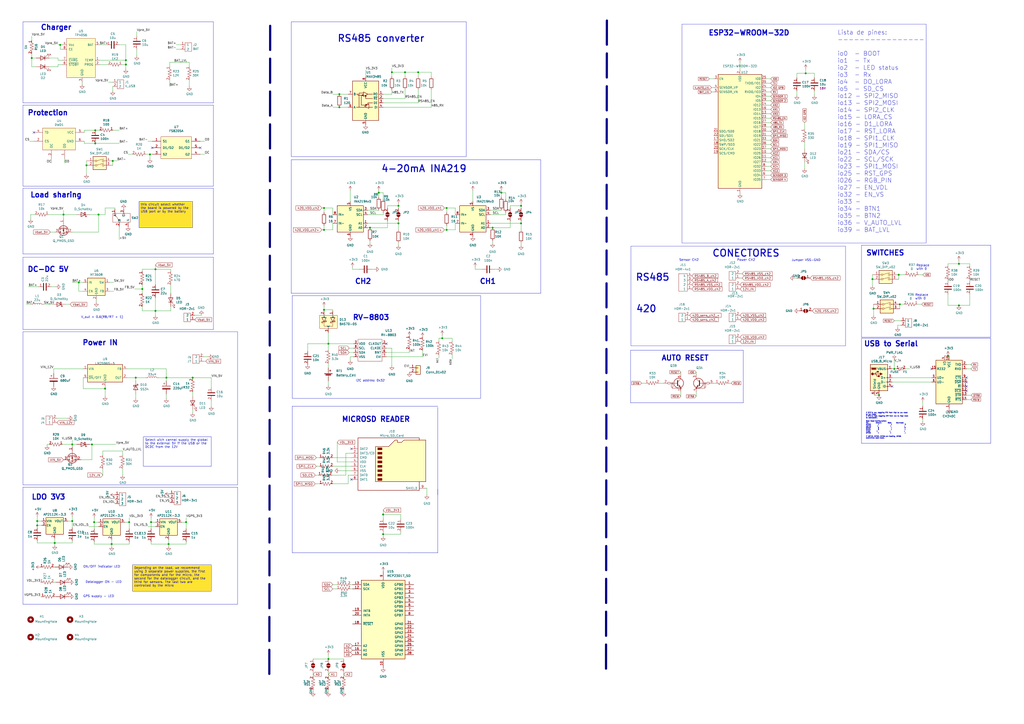
<source format=kicad_sch>
(kicad_sch (version 20231120) (generator "eeschema") (generator_version "8.0")
  (paper "A2")
  (junction (at 87.63 302.895))
  (junction (at 90.17 180.34))
  (junction (at 64.77 315.595))
  (junction (at 259.08 133.35))
  (junction (at 73.025 37.465))
  (junction (at 187.96 120.65))
  (junction (at 222.25 309.88))
  (junction (at 86.995 89.535))
  (junction (at 57.15 124.46))
  (junction (at 50.165 95.885))
  (junction (at 506.095 161.925))
  (junction (at 196.85 54.61))
  (junction (at 60.96 225.425))
  (junction (at 256.54 196.215))
  (junction (at 97.79 315.595))
  (junction (at 290.83 111.76))
  (junction (at 190.5 199.39))
  (junction (at 302.26 129.54))
  (junction (at 65.405 93.345))
  (junction (at 190.5 382.27))
  (junction (at 31.75 314.96))
  (junction (at 78.74 219.075))
  (junction (at 302.26 119.38))
  (junction (at 242.57 41.91))
  (junction (at 234.95 41.91))
  (junction (at 74.93 302.895))
  (junction (at 55.245 75.565))
  (junction (at 18.415 33.655))
  (junction (at 41.91 257.81))
  (junction (at 231.14 129.54))
  (junction (at 36.83 124.46))
  (junction (at 96.52 219.075))
  (junction (at 34.925 26.035))
  (junction (at 21.59 304.8))
  (junction (at 187.96 179.705))
  (junction (at 21.59 302.26))
  (junction (at 41.91 302.26))
  (junction (at 90.17 156.21))
  (junction (at 187.96 133.35))
  (junction (at 73.025 34.925))
  (junction (at 219.71 111.76))
  (junction (at 222.25 298.45))
  (junction (at 53.34 257.81))
  (junction (at 214.63 132.08))
  (junction (at 111.76 219.075))
  (junction (at 82.55 167.64))
  (junction (at 55.245 83.185))
  (junction (at 54.61 302.895))
  (junction (at 556.26 177.165))
  (junction (at 45.72 163.83))
  (junction (at 509.905 229.235))
  (junction (at 518.795 213.995))
  (junction (at 521.335 159.385))
  (junction (at 231.14 119.38))
  (junction (at 227.33 41.91))
  (junction (at 285.75 132.08))
  (junction (at 467.36 42.545))
  (junction (at 506.73 179.07))
  (junction (at 556.26 153.035))
  (junction (at 259.08 120.65))
  (junction (at 196.85 62.23))
  (junction (at 549.91 206.375))
  (junction (at 521.97 176.53))
  (junction (at 107.95 302.895))
  (no_connect (at 88.265 85.725))
  (no_connect (at 224.155 199.39))
  (no_connect (at 517.525 224.155))
  (no_connect (at 203.835 278.13))
  (no_connect (at 116.205 85.725))
  (no_connect (at 540.385 213.995))
  (no_connect (at 560.705 224.155))
  (no_connect (at 203.835 260.35))
  (no_connect (at 560.705 219.075))
  (no_connect (at 560.705 226.695))
  (no_connect (at 560.705 221.615))
  (no_connect (at 19.685 76.835))
  (wire (pts (xy 96.52 213.995) (xy 96.52 219.075)))
  (wire (pts (xy 506.73 176.53) (xy 506.73 179.07)))
  (wire (pts (xy 213.36 129.54) (xy 231.14 129.54)))
  (wire (pts (xy 562.61 153.035) (xy 556.26 153.035)))
  (wire (pts (xy 227.33 39.37) (xy 227.33 41.91)))
  (wire (pts (xy 41.91 257.81) (xy 41.91 255.27)))
  (wire (pts (xy 87.63 302.895) (xy 90.17 302.895)))
  (wire (pts (xy 183.515 270.51) (xy 185.42 270.51)))
  (wire (pts (xy 462.28 42.545) (xy 467.36 42.545)))
  (wire (pts (xy 285.75 132.08) (xy 295.91 132.08)))
  (wire (pts (xy 245.11 207.01) (xy 245.11 203.2)))
  (wire (pts (xy 466.725 71.12) (xy 466.725 74.93)))
  (wire (pts (xy 31.75 328.93) (xy 31.115 328.93)))
  (wire (pts (xy 190.5 199.39) (xy 178.435 199.39)))
  (wire (pts (xy 203.2 110.49) (xy 203.2 116.84)))
  (polyline (pts (xy 352.044 11.938) (xy 351.536 392.43)) (stroke (width 1.27) (type dash) (color 0 0 125 1)))
  (polyline (pts (xy 123.825 149.225) (xy 123.825 191.135)))
  (wire (pts (xy 25.4 176.53) (xy 30.48 176.53)))
  (wire (pts (xy 79.375 28.575) (xy 79.375 32.385)))
  (wire (pts (xy 41.91 299.72) (xy 41.91 302.26)))
  (wire (pts (xy 257.81 120.65) (xy 259.08 120.65)))
  (wire (pts (xy 372.11 222.25) (xy 374.65 222.25)))
  (wire (pts (xy 36.83 124.46) (xy 36.83 127)))
  (polyline (pts (xy 13.335 109.22) (xy 13.335 147.32)))
  (wire (pts (xy 116.205 81.915) (xy 118.745 81.915)))
  (wire (pts (xy 20.32 124.46) (xy 17.78 124.46)))
  (wire (pts (xy 254.635 196.215) (xy 256.54 196.215)))
  (polyline (pts (xy 13.335 12.7) (xy 123.825 12.7)))
  (wire (pts (xy 48.895 81.915) (xy 48.895 83.185)))
  (wire (pts (xy 28.575 257.81) (xy 27.305 257.81)))
  (wire (pts (xy 227.33 41.91) (xy 227.33 44.45)))
  (wire (pts (xy 444.5 76.2) (xy 447.04 76.2)))
  (wire (pts (xy 86.995 89.535) (xy 86.995 92.075)))
  (wire (pts (xy 204.47 156.21) (xy 208.28 156.21)))
  (polyline (pts (xy 431.165 203.2) (xy 431.165 233.68)))
  (polyline (pts (xy 431.165 233.68) (xy 365.76 233.68)))
  (wire (pts (xy 562.61 154.305) (xy 562.61 153.035)))
  (wire (pts (xy 190.5 379.73) (xy 190.5 382.27)))
  (wire (pts (xy 50.165 95.885) (xy 50.165 100.965)))
  (wire (pts (xy 48.895 76.835) (xy 48.895 75.565)))
  (wire (pts (xy 290.83 111.76) (xy 293.37 111.76)))
  (wire (pts (xy 74.93 300.355) (xy 74.93 302.895)))
  (wire (pts (xy 39.37 302.26) (xy 41.91 302.26)))
  (wire (pts (xy 222.25 309.88) (xy 232.41 309.88)))
  (wire (pts (xy 96.52 219.075) (xy 96.52 220.98)))
  (wire (pts (xy 227.33 201.93) (xy 227.33 212.09)))
  (wire (pts (xy 87.63 314.325) (xy 87.63 315.595)))
  (wire (pts (xy 187.96 179.705) (xy 193.04 179.705)))
  (polyline (pts (xy 574.675 142.24) (xy 574.675 195.58)))
  (wire (pts (xy 232.41 300.99) (xy 232.41 298.45)))
  (wire (pts (xy 33.02 242.57) (xy 39.37 242.57)))
  (wire (pts (xy 182.88 275.59) (xy 184.785 275.59)))
  (wire (pts (xy 222.25 298.45) (xy 232.41 298.45)))
  (wire (pts (xy 41.91 257.81) (xy 41.91 259.08)))
  (wire (pts (xy 45.72 168.91) (xy 48.26 168.91)))
  (wire (pts (xy 41.91 314.96) (xy 41.91 313.69)))
  (wire (pts (xy 444.5 101.6) (xy 447.04 101.6)))
  (wire (pts (xy 525.145 213.995) (xy 527.685 213.995)))
  (wire (pts (xy 73.66 219.075) (xy 78.74 219.075)))
  (wire (pts (xy 48.26 163.83) (xy 45.72 163.83)))
  (wire (pts (xy 403.86 217.17) (xy 403.86 215.9)))
  (wire (pts (xy 214.63 132.08) (xy 224.79 132.08)))
  (wire (pts (xy 518.795 186.055) (xy 522.605 186.055)))
  (wire (pts (xy 32.385 346.075) (xy 31.75 346.075)))
  (wire (pts (xy 118.11 207.01) (xy 120.65 207.01)))
  (wire (pts (xy 193.04 180.34) (xy 193.04 179.705)))
  (wire (pts (xy 411.48 45.72) (xy 414.02 45.72)))
  (wire (pts (xy 293.37 111.76) (xy 293.37 115.57)))
  (wire (pts (xy 73.025 34.925) (xy 73.025 37.465)))
  (wire (pts (xy 33.655 38.735) (xy 33.655 37.465)))
  (wire (pts (xy 45.72 163.83) (xy 45.72 168.91)))
  (wire (pts (xy 57.15 134.62) (xy 57.15 124.46)))
  (wire (pts (xy 518.795 213.995) (xy 518.795 208.915)))
  (wire (pts (xy 88.265 81.915) (xy 85.725 81.915)))
  (wire (pts (xy 201.93 275.59) (xy 201.93 280.67)))
  (wire (pts (xy 190.5 193.04) (xy 190.5 199.39)))
  (wire (pts (xy 535.305 243.205) (xy 535.305 244.475)))
  (wire (pts (xy 556.26 153.035) (xy 549.91 153.035)))
  (wire (pts (xy 231.14 118.11) (xy 231.14 119.38)))
  (wire (pts (xy 21.59 306.07) (xy 21.59 304.8)))
  (polyline (pts (xy 168.91 92.71) (xy 168.91 170.18)))
  (wire (pts (xy 187.96 177.8) (xy 187.96 179.705)))
  (wire (pts (xy 444.5 81.28) (xy 447.04 81.28)))
  (wire (pts (xy 90.17 172.72) (xy 90.17 180.34)))
  (wire (pts (xy 17.78 176.53) (xy 15.24 176.53)))
  (wire (pts (xy 466.725 82.55) (xy 466.725 86.36)))
  (polyline (pts (xy 123.825 12.7) (xy 123.825 59.69)))
  (wire (pts (xy 182.88 280.67) (xy 185.42 280.67)))
  (wire (pts (xy 227.33 41.91) (xy 234.95 41.91)))
  (wire (pts (xy 506.095 161.925) (xy 506.095 165.735)))
  (wire (pts (xy 222.25 309.88) (xy 222.25 311.15)))
  (wire (pts (xy 109.855 38.735) (xy 109.855 36.195)))
  (wire (pts (xy 562.61 163.195) (xy 562.61 161.925)))
  (polyline (pts (xy 313.69 170.18) (xy 168.91 170.18)))
  (wire (pts (xy 275.59 156.21) (xy 279.4 156.21)))
  (wire (pts (xy 224.155 207.01) (xy 245.11 207.01)))
  (wire (pts (xy 525.145 159.385) (xy 521.335 159.385)))
  (wire (pts (xy 203.2 341.63) (xy 204.47 341.63)))
  (wire (pts (xy 222.25 57.15) (xy 234.95 57.15)))
  (polyline (pts (xy 499.745 195.58) (xy 499.745 142.24)))
  (wire (pts (xy 55.245 83.185) (xy 69.215 83.185)))
  (wire (pts (xy 190.5 223.52) (xy 190.5 220.98)))
  (wire (pts (xy 472.44 52.705) (xy 472.44 55.245)))
  (wire (pts (xy 187.96 120.65) (xy 193.04 120.65)))
  (wire (pts (xy 41.91 134.62) (xy 57.15 134.62)))
  (polyline (pts (xy 156.718 14.986) (xy 156.21 395.478)) (stroke (width 1.27) (type dash) (color 0 0 125 1)))
  (wire (pts (xy 193.04 341.63) (xy 195.58 341.63)))
  (wire (pts (xy 190.5 392.43) (xy 190.5 389.89)))
  (wire (pts (xy 444.5 68.58) (xy 447.04 68.58)))
  (wire (pts (xy 259.08 133.35) (xy 259.08 130.81)))
  (wire (pts (xy 222.25 123.19) (xy 222.25 124.46)))
  (polyline (pts (xy 13.335 350.52) (xy 15.24 350.52)))
  (polyline (pts (xy 13.335 149.225) (xy 13.335 191.135)))
  (wire (pts (xy 109.855 36.195) (xy 98.425 36.195)))
  (wire (pts (xy 254.635 207.645) (xy 254.635 205.74)))
  (wire (pts (xy 231.14 128.27) (xy 231.14 129.54)))
  (wire (pts (xy 521.97 176.53) (xy 521.97 179.07)))
  (wire (pts (xy 60.96 124.46) (xy 57.15 124.46)))
  (wire (pts (xy 467.36 42.545) (xy 467.36 40.005)))
  (wire (pts (xy 21.59 302.26) (xy 21.59 299.72)))
  (wire (pts (xy 295.91 128.27) (xy 295.91 132.08)))
  (wire (pts (xy 302.26 142.24) (xy 302.26 140.97)))
  (wire (pts (xy 54.61 314.325) (xy 54.61 315.595)))
  (wire (pts (xy 187.96 120.65) (xy 187.96 123.19)))
  (wire (pts (xy 237.49 204.47) (xy 237.49 202.565)))
  (wire (pts (xy 444.5 78.74) (xy 447.04 78.74)))
  (polyline (pts (xy 123.825 60.96) (xy 123.825 107.95)))
  (wire (pts (xy 31.115 213.995) (xy 31.115 216.535)))
  (wire (pts (xy 295.91 120.65) (xy 295.91 119.38)))
  (wire (pts (xy 31.75 314.96) (xy 41.91 314.96)))
  (wire (pts (xy 227.33 52.07) (xy 227.33 54.61)))
  (wire (pts (xy 122.555 224.79) (xy 122.555 219.075)))
  (wire (pts (xy 549.91 177.165) (xy 556.26 177.165)))
  (wire (pts (xy 51.435 305.435) (xy 57.15 305.435)))
  (wire (pts (xy 222.25 54.61) (xy 227.33 54.61)))
  (wire (pts (xy 196.85 62.23) (xy 201.93 62.23)))
  (wire (pts (xy 71.12 275.59) (xy 71.12 271.78)))
  (wire (pts (xy 57.15 124.46) (xy 52.07 124.46)))
  (wire (pts (xy 97.79 313.055) (xy 97.79 315.595)))
  (wire (pts (xy 200.66 262.89) (xy 200.66 275.59)))
  (wire (pts (xy 60.96 120.65) (xy 66.675 120.65)))
  (wire (pts (xy 290.83 110.49) (xy 290.83 111.76)))
  (wire (pts (xy 59.69 261.62) (xy 59.69 264.16)))
  (polyline (pts (xy 137.795 350.52) (xy 137.795 282.575)))
  (wire (pts (xy 444.5 66.04) (xy 447.04 66.04)))
  (wire (pts (xy 232.41 308.61) (xy 232.41 309.88)))
  (wire (pts (xy 186.69 133.35) (xy 187.96 133.35)))
  (wire (pts (xy 203.2 207.01) (xy 205.105 207.01)))
  (wire (pts (xy 73.025 26.035) (xy 73.025 34.925)))
  (wire (pts (xy 202.565 201.93) (xy 205.105 201.93)))
  (wire (pts (xy 264.16 133.35) (xy 264.16 129.54)))
  (wire (pts (xy 302.26 129.54) (xy 302.26 133.35)))
  (wire (pts (xy 262.255 196.215) (xy 256.54 196.215)))
  (wire (pts (xy 181.61 401.32) (xy 181.61 400.05)))
  (wire (pts (xy 234.95 41.91) (xy 242.57 41.91)))
  (wire (pts (xy 46.99 266.7) (xy 53.34 266.7)))
  (wire (pts (xy 472.44 42.545) (xy 472.44 45.085)))
  (wire (pts (xy 99.06 156.21) (xy 99.06 157.48)))
  (wire (pts (xy 195.58 267.97) (xy 203.835 267.97)))
  (wire (pts (xy 222.25 62.23) (xy 250.19 62.23)))
  (wire (pts (xy 414.02 50.8) (xy 412.75 50.8)))
  (wire (pts (xy 287.02 156.21) (xy 288.29 156.21)))
  (wire (pts (xy 461.01 161.29) (xy 462.28 161.29)))
  (wire (pts (xy 250.19 62.23) (xy 250.19 52.07)))
  (wire (pts (xy 36.83 124.46) (xy 36.83 121.92)))
  (wire (pts (xy 64.77 316.865) (xy 64.77 315.595)))
  (wire (pts (xy 444.5 83.82) (xy 447.04 83.82)))
  (wire (pts (xy 254.635 198.12) (xy 254.635 196.215)))
  (wire (pts (xy 520.7 188.595) (xy 520.7 189.865)))
  (wire (pts (xy 202.565 204.47) (xy 205.105 204.47)))
  (wire (pts (xy 444.5 96.52) (xy 447.04 96.52)))
  (wire (pts (xy 63.5 168.91) (xy 66.04 168.91)))
  (polyline (pts (xy 13.335 59.69) (xy 13.335 12.7)))
  (wire (pts (xy 54.61 302.895) (xy 57.15 302.895)))
  (polyline (pts (xy 237.49 321.31) (xy 237.49 321.31)))
  (wire (pts (xy 21.59 302.26) (xy 24.13 302.26)))
  (wire (pts (xy 562.61 177.165) (xy 562.61 170.815)))
  (wire (pts (xy 36.195 26.035) (xy 34.925 26.035)))
  (wire (pts (xy 242.57 41.91) (xy 242.57 44.45)))
  (wire (pts (xy 414.02 53.34) (xy 412.75 53.34)))
  (wire (pts (xy 122.555 219.075) (xy 111.76 219.075)))
  (wire (pts (xy 203.2 339.09) (xy 204.47 339.09)))
  (wire (pts (xy 28.575 33.655) (xy 33.655 33.655)))
  (wire (pts (xy 181.61 382.27) (xy 190.5 382.27)))
  (wire (pts (xy 302.26 118.11) (xy 302.26 119.38)))
  (wire (pts (xy 462.28 45.085) (xy 462.28 42.545)))
  (wire (pts (xy 222.25 308.61) (xy 222.25 309.88)))
  (wire (pts (xy 65.405 75.565) (xy 69.215 75.565)))
  (wire (pts (xy 507.365 229.235) (xy 509.905 229.235)))
  (wire (pts (xy 104.775 26.035) (xy 102.235 26.035)))
  (wire (pts (xy 429.26 161.29) (xy 430.53 161.29)))
  (wire (pts (xy 190.5 199.39) (xy 190.5 203.2)))
  (wire (pts (xy 57.785 34.925) (xy 73.025 34.925)))
  (wire (pts (xy 467.36 42.545) (xy 472.44 42.545)))
  (wire (pts (xy 65.405 93.345) (xy 67.945 93.345)))
  (wire (pts (xy 33.655 37.465) (xy 36.195 37.465)))
  (wire (pts (xy 111.76 227.33) (xy 111.76 229.87)))
  (wire (pts (xy 429.26 158.75) (xy 430.53 158.75)))
  (wire (pts (xy 107.95 315.595) (xy 107.95 314.325)))
  (wire (pts (xy 224.155 204.47) (xy 237.49 204.47)))
  (wire (pts (xy 82.55 156.21) (xy 90.17 156.21)))
  (polyline (pts (xy 574.675 195.58) (xy 499.745 195.58)))
  (wire (pts (xy 224.79 119.38) (xy 231.14 119.38)))
  (polyline (pts (xy 13.335 147.32) (xy 123.825 147.32)))
  (polyline (pts (xy 499.745 196.215) (xy 574.675 196.215)))
  (wire (pts (xy 74.93 302.895) (xy 74.93 306.705)))
  (wire (pts (xy 444.5 71.12) (xy 447.04 71.12)))
  (polyline (pts (xy 254 320.675) (xy 254 283.845)))
  (wire (pts (xy 59.69 271.78) (xy 59.69 275.59)))
  (wire (pts (xy 55.88 173.99) (xy 55.88 175.26)))
  (wire (pts (xy 274.32 110.49) (xy 274.32 116.84)))
  (wire (pts (xy 193.04 62.23) (xy 196.85 62.23)))
  (wire (pts (xy 560.705 229.235) (xy 563.372 229.235)))
  (wire (pts (xy 107.95 302.895) (xy 107.95 306.705)))
  (wire (pts (xy 82.55 156.21) (xy 82.55 157.48)))
  (wire (pts (xy 517.525 221.615) (xy 540.385 221.615)))
  (wire (pts (xy 74.93 315.595) (xy 74.93 314.325)))
  (wire (pts (xy 262.255 205.74) (xy 262.255 208.28)))
  (wire (pts (xy 242.57 59.69) (xy 242.57 52.07)))
  (wire (pts (xy 231.14 119.38) (xy 231.14 120.65)))
  (wire (pts (xy 213.36 124.46) (xy 222.25 124.46)))
  (polyline (pts (xy 13.335 149.225) (xy 123.825 149.225)))
  (wire (pts (xy 556.26 151.13) (xy 556.26 153.035)))
  (wire (pts (xy 21.59 313.69) (xy 21.59 314.96)))
  (wire (pts (xy 247.65 283.21) (xy 247.65 287.02)))
  (polyline (pts (xy 499.745 142.24) (xy 574.675 142.24)))
  (wire (pts (xy 111.76 239.395) (xy 111.76 237.49)))
  (wire (pts (xy 444.5 53.34) (xy 447.04 53.34)))
  (wire (pts (xy 41.91 302.26) (xy 41.91 306.07)))
  (wire (pts (xy 18.415 33.655) (xy 20.955 33.655)))
  (polyline (pts (xy 13.335 109.22) (xy 123.825 109.22)))
  (polyline (pts (xy 15.24 350.52) (xy 137.795 350.52)))
  (wire (pts (xy 96.52 231.14) (xy 96.52 228.6)))
  (wire (pts (xy 231.14 129.54) (xy 231.14 133.35)))
  (wire (pts (xy 550.545 206.375) (xy 549.91 206.375)))
  (wire (pts (xy 82.55 180.34) (xy 90.17 180.34)))
  (polyline (pts (xy 237.49 320.675) (xy 254 320.675)))
  (wire (pts (xy 65.405 93.345) (xy 65.405 95.885)))
  (wire (pts (xy 382.27 222.25) (xy 384.81 222.25)))
  (wire (pts (xy 415.29 222.25) (xy 414.02 222.25)))
  (wire (pts (xy 16.51 166.37) (xy 22.225 166.37)))
  (wire (pts (xy 187.96 133.35) (xy 187.96 130.81)))
  (polyline (pts (xy 313.69 92.71) (xy 313.69 170.18)))
  (wire (pts (xy 45.72 163.83) (xy 41.91 163.83)))
  (wire (pts (xy 522.605 188.595) (xy 520.7 188.595)))
  (wire (pts (xy 444.5 63.5) (xy 447.04 63.5)))
  (wire (pts (xy 222.25 295.91) (xy 222.25 298.45)))
  (wire (pts (xy 48.895 75.565) (xy 55.245 75.565)))
  (wire (pts (xy 444.5 58.42) (xy 447.04 58.42)))
  (polyline (pts (xy 123.825 107.95) (xy 13.335 107.95)))
  (wire (pts (xy 203.2 208.915) (xy 203.2 207.01)))
  (wire (pts (xy 264.16 120.65) (xy 264.16 124.46)))
  (wire (pts (xy 90.17 156.21) (xy 99.06 156.21)))
  (wire (pts (xy 213.36 132.08) (xy 214.63 132.08)))
  (wire (pts (xy 224.155 201.93) (xy 227.33 201.93)))
  (wire (pts (xy 444.5 55.88) (xy 447.04 55.88)))
  (wire (pts (xy 48.26 225.425) (xy 60.96 225.425)))
  (wire (pts (xy 193.04 120.65) (xy 193.04 124.46)))
  (wire (pts (xy 21.59 314.96) (xy 31.75 314.96)))
  (wire (pts (xy 222.25 59.69) (xy 242.57 59.69)))
  (wire (pts (xy 99.06 170.18) (xy 99.06 165.1)))
  (wire (pts (xy 219.71 110.49) (xy 219.71 111.76)))
  (wire (pts (xy 549.91 163.195) (xy 549.91 161.925)))
  (wire (pts (xy 262.255 196.215) (xy 262.255 198.12)))
  (wire (pts (xy 178.435 199.39) (xy 178.435 203.835)))
  (wire (pts (xy 462.28 52.705) (xy 462.28 55.245)))
  (wire (pts (xy 85.725 305.435) (xy 90.17 305.435)))
  (wire (pts (xy 65.405 50.165) (xy 65.405 52.705)))
  (wire (pts (xy 403.86 227.33) (xy 403.86 229.87)))
  (wire (pts (xy 556.26 177.165) (xy 562.61 177.165)))
  (wire (pts (xy 193.04 270.51) (xy 203.835 270.51)))
  (wire (pts (xy 24.13 304.8) (xy 21.59 304.8)))
  (wire (pts (xy 284.48 124.46) (xy 293.37 124.46)))
  (wire (pts (xy 213.36 121.92) (xy 219.71 121.92)))
  (polyline (pts (xy 254 236.22) (xy 254 287.02)))
  (polyline (pts (xy 123.825 191.135) (xy 13.335 191.135)))
  (wire (pts (xy 116.84 182.88) (xy 113.03 182.88)))
  (wire (pts (xy 187.96 179.705) (xy 187.96 180.34)))
  (wire (pts (xy 444.5 73.66) (xy 447.04 73.66)))
  (wire (pts (xy 466.725 93.98) (xy 466.725 97.79)))
  (wire (pts (xy 78.74 219.075) (xy 84.455 219.075)))
  (wire (pts (xy 55.245 75.565) (xy 57.785 75.565)))
  (wire (pts (xy 54.61 302.895) (xy 54.61 300.355)))
  (wire (pts (xy 82.55 177.8) (xy 82.55 180.34)))
  (wire (pts (xy 47.625 47.625) (xy 47.625 48.895)))
  (wire (pts (xy 196.85 273.05) (xy 203.835 273.05)))
  (wire (pts (xy 231.14 142.24) (xy 231.14 140.97)))
  (wire (pts (xy 28.575 38.735) (xy 33.655 38.735)))
  (wire (pts (xy 19.685 81.915) (xy 17.145 81.915)))
  (polyline (pts (xy 499.745 257.175) (xy 499.745 196.215)))
  (wire (pts (xy 193.04 54.61) (xy 196.85 54.61)))
  (polyline (pts (xy 13.335 282.575) (xy 13.335 350.52)))
  (wire (pts (xy 73.66 213.995) (xy 96.52 213.995)))
  (wire (pts (xy 98.425 36.195) (xy 98.425 38.735)))
  (polyline (pts (xy 168.91 92.71) (xy 313.69 92.71)))
  (wire (pts (xy 105.41 302.895) (xy 107.95 302.895)))
  (wire (pts (xy 38.1 176.53) (xy 40.64 176.53)))
  (polyline (pts (xy 574.675 196.215) (xy 574.675 257.175)))
  (wire (pts (xy 549.91 170.815) (xy 549.91 177.165)))
  (wire (pts (xy 54.61 315.595) (xy 64.77 315.595)))
  (wire (pts (xy 87.63 302.895) (xy 87.63 306.705)))
  (wire (pts (xy 78.105 167.64) (xy 82.55 167.64)))
  (wire (pts (xy 204.47 154.94) (xy 204.47 156.21)))
  (wire (pts (xy 222.25 298.45) (xy 222.25 300.99)))
  (wire (pts (xy 72.39 302.895) (xy 74.93 302.895)))
  (wire (pts (xy 302.26 119.38) (xy 302.26 120.65)))
  (polyline (pts (xy 365.76 233.68) (xy 365.76 203.2)))
  (wire (pts (xy 186.69 120.65) (xy 187.96 120.65)))
  (wire (pts (xy 444.5 91.44) (xy 447.04 91.44)))
  (wire (pts (xy 78.74 228.6) (xy 78.74 231.14)))
  (wire (pts (xy 122.555 232.41) (xy 122.555 235.585)))
  (wire (pts (xy 48.26 219.075) (xy 48.26 225.425)))
  (wire (pts (xy 444.5 93.98) (xy 447.04 93.98)))
  (wire (pts (xy 560.705 213.995) (xy 563.245 213.995)))
  (wire (pts (xy 18.415 33.655) (xy 18.415 38.735)))
  (wire (pts (xy 302.26 128.27) (xy 302.26 129.54)))
  (wire (pts (xy 53.34 257.81) (xy 52.07 257.81)))
  (wire (pts (xy 444.5 99.06) (xy 447.04 99.06)))
  (wire (pts (xy 48.26 213.995) (xy 31.115 213.995)))
  (wire (pts (xy 193.04 133.35) (xy 193.04 129.54)))
  (wire (pts (xy 33.655 34.925) (xy 36.195 34.925)))
  (wire (pts (xy 532.765 159.385) (xy 535.305 159.385)))
  (wire (pts (xy 224.79 120.65) (xy 224.79 119.38)))
  (wire (pts (xy 60.96 229.87) (xy 60.96 225.425)))
  (wire (pts (xy 429.26 40.64) (xy 429.26 36.195)))
  (wire (pts (xy 104.775 28.575) (xy 102.235 28.575)))
  (wire (pts (xy 444.5 60.96) (xy 447.04 60.96)))
  (wire (pts (xy 71.12 261.62) (xy 59.69 261.62)))
  (wire (pts (xy 215.9 156.21) (xy 217.17 156.21)))
  (wire (pts (xy 50.165 93.345) (xy 50.165 95.885)))
  (wire (pts (xy 187.96 133.35) (xy 193.04 133.35)))
  (wire (pts (xy 190.5 401.32) (xy 190.5 400.05)))
  (wire (pts (xy 444.5 48.26) (xy 447.04 48.26)))
  (wire (pts (xy 199.39 392.43) (xy 199.39 389.89)))
  (wire (pts (xy 82.55 165.1) (xy 82.55 167.64)))
  (wire (pts (xy 90.17 156.21) (xy 90.17 165.1)))
  (wire (pts (xy 250.19 44.45) (xy 250.19 41.91)))
  (polyline (pts (xy 123.825 109.22) (xy 123.825 147.32)))
  (wire (pts (xy 518.795 213.995) (xy 520.065 213.995)))
  (polyline (pts (xy 169.545 320.675) (xy 169.545 235.585)))
  (wire (pts (xy 234.95 41.91) (xy 234.95 44.45)))
  (wire (pts (xy 109.855 50.165) (xy 109.855 46.355)))
  (wire (pts (xy 444.5 104.14) (xy 447.04 104.14)))
  (polyline (pts (xy 13.335 107.95) (xy 13.335 60.96)))
  (wire (pts (xy 422.91 222.25) (xy 424.18 222.25)))
  (wire (pts (xy 444.5 45.72) (xy 447.04 45.72)))
  (wire (pts (xy 18.415 38.735) (xy 20.955 38.735)))
  (wire (pts (xy 87.63 315.595) (xy 97.79 315.595)))
  (wire (pts (xy 224.79 128.27) (xy 224.79 132.08)))
  (wire (pts (xy 97.79 315.595) (xy 107.95 315.595)))
  (wire (pts (xy 219.71 114.3) (xy 219.71 111.76)))
  (wire (pts (xy 532.13 176.53) (xy 534.67 176.53)))
  (wire (pts (xy 193.04 339.09) (xy 195.58 339.09)))
  (polyline (pts (xy 169.545 320.675) (xy 237.49 320.675)))
  (wire (pts (xy 27.305 257.81) (xy 27.305 258.445)))
  (wire (pts (xy 193.04 280.67) (xy 201.93 280.67)))
  (wire (pts (xy 73.025 37.465) (xy 73.025 40.005)))
  (wire (pts (xy 37.465 92.075) (xy 37.465 94.615)))
  (wire (pts (xy 524.51 176.53) (xy 521.97 176.53)))
  (wire (pts (xy 34.925 26.035) (xy 33.655 26.035)))
  (wire (pts (xy 284.48 121.92) (xy 290.83 121.92)))
  (wire (pts (xy 285.75 140.97) (xy 285.75 139.7)))
  (wire (pts (xy 64.77 315.595) (xy 74.93 315.595)))
  (wire (pts (xy 31.75 312.42) (xy 31.75 314.96)))
  (wire (pts (xy 192.405 275.59) (xy 200.66 275.59)))
  (wire (pts (xy 560.705 231.775) (xy 563.245 231.775)))
  (wire (pts (xy 506.73 182.88) (xy 506.73 179.07)))
  (wire (pts (xy 21.59 304.8) (xy 21.59 302.26)))
  (wire (pts (xy 18.415 23.495) (xy 18.415 20.955)))
  (wire (pts (xy 234.95 57.15) (xy 234.95 52.07)))
  (wire (pts (xy 53.34 257.81) (xy 67.31 257.81)))
  (wire (pts (xy 99.06 180.34) (xy 90.17 180.34)))
  (wire (pts (xy 79.375 20.955) (xy 79.375 18.415)))
  (wire (pts (xy 200.66 262.89) (xy 203.835 262.89)))
  (wire (pts (xy 212.09 44.45) (xy 212.09 40.64)))
  (wire (pts (xy 107.95 300.355) (xy 107.95 302.895)))
  (wire (pts (xy 506.095 159.385) (xy 506.095 161.925)))
  (wire (pts (xy 219.71 111.76) (xy 222.25 111.76)))
  (wire (pts (xy 17.78 124.46) (xy 17.78 127)))
  (wire (pts (xy 60.96 225.425) (xy 60.96 224.155)))
  (wire (pts (xy 193.04 265.43) (xy 203.835 265.43)))
  (wire (pts (xy 535.305 235.585) (xy 535.305 233.045)))
  (wire (pts (xy 222.25 111.76) (xy 222.25 115.57)))
  (polyline (pts (xy 365.76 203.2) (xy 431.165 203.2)))
  (wire (pts (xy 259.08 120.65) (xy 264.16 120.65)))
  (wire (pts (xy 111.76 219.075) (xy 111.76 219.71)))
  (wire (pts (xy 78.74 219.075) (xy 78.74 220.98)))
  (wire (pts (xy 69.215 26.035) (xy 73.025 26.035)))
  (polyline (pts (xy 13.335 282.575) (xy 137.795 282.575)))
  (wire (pts (xy 90.17 153.67) (xy 90.17 156.21)))
  (wire (pts (xy 31.75 134.62) (xy 29.21 134.62)))
  (wire (pts (xy 199.39 401.32) (xy 199.39 400.05)))
  (wire (pts (xy 63.5 163.83) (xy 66.04 163.83)))
  (wire (pts (xy 190.5 382.27) (xy 199.39 382.27)))
  (polyline (pts (xy 123.825 59.69) (xy 13.335 59.69)))
  (wire (pts (xy 295.91 119.38) (xy 302.26 119.38)))
  (wire (pts (xy 429.26 111.76) (xy 429.26 112.395)))
  (wire (pts (xy 57.785 26.035) (xy 61.595 26.035)))
  (wire (pts (xy 214.63 140.97) (xy 214.63 139.7)))
  (polyline (pts (xy 169.545 235.585) (xy 254 235.585)))
  (wire (pts (xy 517.525 213.995) (xy 518.795 213.995)))
  (wire (pts (xy 53.34 266.7) (xy 53.34 257.81)))
  (polyline (pts (xy 13.335 60.96) (xy 123.825 60.96)))
  (wire (pts (xy 65.405 47.625) (xy 62.865 47.625)))
  (wire (pts (xy 36.83 124.46) (xy 27.94 124.46)))
  (wire (pts (xy 97.79 316.865) (xy 97.79 315.595)))
  (wire (pts (xy 64.77 313.055) (xy 64.77 315.595)))
  (wire (pts (xy 96.52 219.075) (xy 111.76 219.075)))
  (wire (pts (xy 181.61 392.43) (xy 181.61 389.89)))
  (wire (pts (xy 257.81 133.35) (xy 259.08 133.35)))
  (wire (pts (xy 36.195 28.575) (xy 34.925 28.575)))
  (wire (pts (xy 190.5 213.36) (xy 190.5 210.82)))
  (wire (pts (xy 48.895 83.185) (xy 55.245 83.185)))
  (wire (pts (xy 66.675 120.65) (xy 66.675 121.285)))
  (wire (pts (xy 34.925 28.575) (xy 34.925 26.035)))
  (wire (pts (xy 444.5 86.36) (xy 447.04 86.36)))
  (wire (pts (xy 549.91 206.375) (xy 548.005 206.375)))
  (wire (pts (xy 394.97 217.17) (xy 394.97 215.9)))
  (wire (pts (xy 284.48 129.54) (xy 302.26 129.54)))
  (wire (pts (xy 444.5 88.9) (xy 447.04 88.9)))
  (wire (pts (xy 116.205 89.535) (xy 118.745 89.535)))
  (wire (pts (xy 18.415 31.115) (xy 18.415 33.655)))
  (wire (pts (xy 69.215 131.445) (xy 69.215 139.065)))
  (wire (pts (xy 259.08 133.35) (xy 264.16 133.35)))
  (wire (pts (xy 54.61 302.895) (xy 54.61 306.705)))
  (wire (pts (xy 247.015 283.21) (xy 247.65 283.21)))
  (wire (pts (xy 31.75 316.23) (xy 31.75 314.96)))
  (wire (pts (xy 86.995 89.535) (xy 88.265 89.535)))
  (wire (pts (xy 23.495 346.075) (xy 24.13 346.075)))
  (wire (pts (xy 90.17 180.34) (xy 90.17 182.88)))
  (wire (pts (xy 118.11 209.55) (xy 119.38 209.55)))
  (wire (pts (xy 394.97 227.33) (xy 394.97 229.87)))
  (wire (pts (xy 521.335 159.385) (xy 521.335 161.925)))
  (wire (pts (xy 41.91 257.81) (xy 36.195 257.81)))
  (wire (pts (xy 29.845 166.37) (xy 32.385 166.37)))
  (wire (pts (xy 32.385 337.82) (xy 31.115 337.82)))
  (wire (pts (xy 84.455 89.535) (xy 86.995 89.535)))
  (wire (pts (xy 71.12 264.16) (xy 71.12 261.62)))
  (wire (pts (xy 259.08 120.65) (xy 259.08 123.19)))
  (wire (pts (xy 44.45 124.46) (xy 36.83 124.46)))
  (wire (pts (xy 293.37 123.19) (xy 293.37 124.46)))
  (wire (pts (xy 87.63 302.895) (xy 87.63 300.355)))
  (wire (pts (xy 33.655 33.655) (xy 33.655 34.925)))
  (wire (pts (xy 99.06 177.8) (xy 99.06 180.34)))
  (wire (pts (xy 44.45 257.81) (xy 41.91 257.81)))
  (wire (pts (xy 275.59 154.94) (xy 275.59 156.21)))
  (wire (pts (xy 560.705 211.455) (xy 563.245 211.455)))
  (wire (pts (xy 256.54 194.31) (xy 256.54 196.215)))
  (wire (pts (xy 196.85 54.61) (xy 201.93 54.61)))
  (wire (pts (xy 517.525 219.075) (xy 540.385 219.075)))
  (wire (pts (xy 444.5 50.8) (xy 447.04 50.8)))
  (wire (pts (xy 195.58 256.54) (xy 195.58 267.97)))
  (wire (pts (xy 549.91 154.305) (xy 549.91 153.035)))
  (wire (pts (xy 76.835 89.535) (xy 74.295 89.535)))
  (wire (pts (xy 60.96 120.65) (xy 60.96 124.46)))
  (wire (pts (xy 70.485 37.465) (xy 73.025 37.465)))
  (wire (pts (xy 183.515 265.43) (xy 185.42 265.43)))
  (wire (pts (xy 57.785 37.465) (xy 62.865 37.465)))
  (wire (pts (xy 29.845 92.075) (xy 29.845 94.615)))
  (wire (pts (xy 250.19 41.91) (xy 242.57 41.91)))
  (wire (pts (xy 98.425 46.355) (xy 98.425 50.165)))
  (wire (pts (xy 82.55 167.64) (xy 82.55 170.18)))
  (wire (pts (xy 290.83 114.3) (xy 290.83 111.76)))
  (wire (pts (xy 190.5 199.39) (xy 205.105 199.39)))
  (wire (pts (xy 203.835 275.59) (xy 201.93 275.59)))
  (wire (pts (xy 92.075 219.075) (xy 96.52 219.075)))
  (polyline (pts (xy 574.675 257.175) (xy 499.745 257.175)))
  (wire (pts (xy 284.48 132.08) (xy 285.75 132.08)))
  (rectangle (start 168.91 12.7) (end 270.51 90.805))
  (rectangle (start 366.014 142.748) (end 490.474 200.66))
  (rectangle (start 395.605 13.97) (end 537.21 140.97))
  (rectangle (start 13.335 192.405) (end 137.795 281.305))
  (rectangle (start 169.545 171.45) (end 278.765 231.14))
  (text_box "Select wich cannal supply the global to the external 5V if the USB or the DCDC from the 12V\n" (at 83.185 253.365 0) (size 39.37 17.145) (effects (font (size 1.27 1.27)) (justify left top)))
  (text_box "Depending on the load, we recommend using 3 separate power supplies. the first for components and for the micro, the second for the datalogger circuit, and the third for sensors. The last two are controlled by the micro" (at 76.835 327.66 0) (size 45.72 15.24) (fill (type color) (color 255 227 49 1)) (effects (font (size 1.27 1.27)) (justify left top)))
  (text_box "this circuit select whether the board is powered by the USB port or by the battery" (at 80.645 116.84 0) (size 31.115 15.24) (fill (type color) (color 255 227 49 1)) (effects (font (size 1.27 1.27)) (justify left top)))
  (text "420" (at 368.808 181.61 0) (effects (font (size 4 4) (thickness 0.5994) (bold yes)) (justify left bottom)))
  (text "Replace \nwith 0" (at 530.86 173.99 0) (effects (font (size 1.27 1.27)) (justify left bottom)))
  (text "Lista de pines:\n----------------\n\nio0  - BOOT\nio1  - Tx\nio2  - LED status\nio3  - Rx\nio4  - DO_LORA\nio5  - SD_CS\nio12 - SPI2_MISO\nio13 - SPI2_MOSI\nio14 - SPI2_CLK \nio15 - LORA_CS\nio16 - D1_LORA\nio17 - RST_LORA\nio18 - SPI1_CLK\nio19 - SPI1_MISO\nio21 - SDA/CS\nio22 - SCL/SCK\nio23 - SPI1_MOSI\nio25 - RST_GPS\ni026 - RGB_PIN\nio27 - EN_VDL\nio32 - EN_VS\nio33 - \nio34 - BTN1\nio35 - BTN2\nio36 - V_AUTO_LVL\nio39 - BAT_LVL\n\n" (at 485.775 139.065 0) (effects (font (size 2.54 2.54)) (justify left bottom)))
  (text "Power CH2" (at 427.482 151.638 0) (effects (font (size 1.27 1.27)) (justify left bottom)))
  (text "RS485 converter" (at 195.58 24.765 0) (effects (font (size 4 4) (thickness 0.5994) (bold yes)) (justify left bottom)))
  (text "4-20mA INA219" (at 220.98 100.33 0) (effects (font (size 4 4) (thickness 0.5994) (bold yes)) (justify left bottom)))
  (text "Charger" (at 23.495 17.78 0) (effects (font (size 2.9972 2.9972) (thickness 0.5994) (bold yes)) (justify left bottom)))
  (text "USB to Serial" (at 501.015 201.295 0) (effects (font (size 2.9972 2.9972) (thickness 0.5994) (bold yes)) (justify left bottom)))
  (text "Datalogger ON - LED" (at 49.53 338.455 0) (effects (font (size 1.27 1.27)) (justify left bottom)))
  (text "ESP32-WROOM-32D" (at 410.845 20.955 0) (effects (font (size 2.9972 2.9972) (thickness 0.5994) (bold yes)) (justify left bottom)))
  (text "Replace \nwith 0" (at 531.495 156.845 0) (effects (font (size 1.27 1.27)) (justify left bottom)))
  (text "DC-DC 5V" (at 40.005 158.115 0) (effects (font (size 2.9972 2.9972) (thickness 0.5994) (bold yes)) (justify right bottom)))
  (text "SWITCHES" (at 502.285 148.59 0) (effects (font (size 2.9972 2.9972) (thickness 0.5994) (bold yes)) (justify left bottom)))
  (text "CH1" (at 278.13 165.1 0) (effects (font (size 2.9972 2.9972) (thickness 0.5994) (bold yes)) (justify left bottom)))
  (text "MICROSD READER" (at 198.12 245.11 0) (effects (font (size 2.9972 2.9972) (thickness 0.5994) (bold yes)) (justify left bottom)))
  (text "Power IN" (at 68.58 200.66 0) (effects (font (size 2.9972 2.9972) (thickness 0.5994) (bold yes)) (justify right bottom)))
  (text "AUTO RESET" (at 383.54 209.55 0) (effects (font (size 2.9972 2.9972) (thickness 0.5994) (bold yes)) (justify left bottom)))
  (text "If DTR is Low, toggling RTS from High to Low reset\nto run mode.\nIf RTS is High, toggling DTR from Low to High reset\nto bootloader.\n\nBoot Mode Configuration:\nPin         Default        Boot      Download\nGPIO0         1               1                0\nU0TXD        1               1                x\nGPIO2         0               x                0\nGPIO4         0               x                x\nMTDO        1               x                 x\nGPIO5         1              1                 x\n\nIf U0TXD, GPIO2, GPIO5 are floating, GPIO0\ndetermines boot mode." (at 502.285 254.635 0) (effects (font (size 0.6096 0.6096)) (justify left bottom)))
  (text "Protection" (at 15.875 67.31 0) (effects (font (size 2.9972 2.9972) (thickness 0.5994) (bold yes)) (justify left bottom)))
  (text "Jumper VSS-GND" (at 459.105 151.765 0) (effects (font (size 1.27 1.27)) (justify left bottom)))
  (text "GPS supply - LED\n" (at 48.26 346.71 0) (effects (font (size 1.27 1.27)) (justify left bottom)))
  (text "Sensor CH2\n" (at 393.954 151.638 0) (effects (font (size 1.27 1.27)) (justify left bottom)))
  (text "LDO 3V3" (at 38.1 290.195 0) (effects (font (size 2.9972 2.9972) (thickness 0.5994) (bold yes)) (justify right bottom)))
  (text "RS485" (at 368.554 163.322 0) (effects (font (size 4 4) (thickness 0.5994) (bold yes)) (justify left bottom)))
  (text "ON/OFF indicator LED" (at 48.26 329.565 0) (effects (font (size 1.27 1.27)) (justify left bottom)))
  (text "CH2" (at 205.74 165.1 0) (effects (font (size 2.9972 2.9972) (thickness 0.5994) (bold yes)) (justify left bottom)))
  (text "I2C addres: 0x32" (at 206.375 221.615 0) (effects (font (size 1.27 1.27)) (justify left bottom)))
  (text "CONECTORES" (at 413.004 149.352 0) (effects (font (size 4 4) (thickness 0.5994) (bold yes)) (justify left bottom)))
  (text "V_out = 0.6(R8/R7 + 1)" (at 46.99 184.785 0) (effects (font (size 1.27 1.27)) (justify left bottom)))
  (text "RV-8803" (at 204.47 186.055 0) (effects (font (size 3 3) (thickness 0.6) (bold yes)) (justify left bottom)))
  (text "Load sharing" (at 47.625 114.935 0) (effects (font (size 2.9972 2.9972) (thickness 0.5994) (bold yes)) (justify right bottom)))
  (label "OC" (at 118.745 89.535 0))
  (label "Vpre_5V" (at 79.375 18.415 0))
  (label "RS485_EN" (at 234.95 57.15 0))
  (label "FB_5V" (at 78.105 167.64 180))
  (label "CS" (at 17.145 81.915 180))
  (label "Vpre_5V" (at 67.31 257.81 0))
  (label "BAT-" (at 102.235 28.575 180))
  (label "SDA" (at 214.63 121.92 0))
  (label "VDL_3V3" (at 74.93 300.355 0))
  (label "Vpre_5V" (at 33.655 26.035 180))
  (label "+5V" (at 69.215 139.065 0))
  (label "BAT+" (at 41.91 163.83 0))
  (label "BAT+" (at 98.425 50.165 0))
  (label "V_AUTO_LVL" (at 71.12 261.62 0))
  (label "V_USB" (at 527.685 213.995 0))
  (label "VS_3V3" (at 212.09 40.64 0))
  (label "BAT+" (at 69.215 75.565 0))
  (label "RS485_EN" (at 242.57 59.69 0))
  (label "EN_VS_S" (at 85.725 305.435 180))
  (label "Data_B" (at 193.04 54.61 180))
  (label "EN_VDL" (at 66.675 292.1 180))
  (label "OD" (at 37.465 94.615 0))
  (label "OD" (at 118.745 81.915 0))
  (label "EN_VDL_S" (at 51.435 305.435 180))
  (label "EN_VS_S" (at 98.425 288.925 180))
  (label "Vpre_5V" (at 62.865 47.625 180))
  (label "BAT-" (at 69.215 83.185 0))
  (label "BAT+" (at 15.24 176.53 0))
  (label "CS" (at 74.295 89.535 180))
  (label "SW_5V" (at 25.4 176.53 0))
  (label "IO0" (at 549.91 163.195 0))
  (label "V_USB" (at 41.91 255.27 180))
  (label "scl" (at 254.635 207.645 270))
  (label "EVI" (at 245.11 207.01 0))
  (label "SW_5V" (at 66.04 163.83 0))
  (label "VIN_5V" (at 122.555 219.075 0))
  (label "BAT-" (at 67.945 93.345 0))
  (label "BAT+" (at 102.235 26.035 180))
  (label "485_TX" (at 227.33 54.61 0))
  (label "VIN_12V" (at 31.115 213.995 180))
  (label "SCL" (at 214.63 124.46 0))
  (label "EN_VS" (at 98.425 291.465 180))
  (label "V_in" (at 518.795 210.185 0))
  (label "EN_VDL_S" (at 66.675 289.56 180))
  (label "EVI" (at 237.49 213.36 180))
  (label "INT" (at 237.49 204.47 0))
  (label "BAT+" (at 57.785 26.035 0))
  (label "SDA" (at 285.75 121.92 0))
  (label "BAT_LVL" (at 100.965 36.195 0))
  (label "BAT-" (at 85.725 81.915 180))
  (label "VDL_3V3" (at 23.495 337.82 180))
  (label "RESET" (at 562.61 163.195 0))
  (label "FB_5V" (at 66.04 168.91 0))
  (label "sda" (at 262.255 208.28 270))
  (label "Vpre_5V" (at 18.415 20.955 0))
  (label "VGPS_3V3" (at 23.495 346.075 180))
  (label "Data_A" (at 193.04 62.23 180))
  (label "SCL" (at 285.75 124.46 0))
  (label "BAT+" (at 16.51 166.37 0))
  (label "485_RX" (at 250.19 62.23 0))
  (label "VGPS_3V3" (at 107.95 300.355 0))
  (label "VS_3V3" (at 227.33 39.37 0))
  (label "OC" (at 29.845 94.615 180))
  (label "Vpre_5V" (at 36.83 121.92 180))
  (global_label "485_TX" (shape input) (at 447.04 71.12 0) (effects (font (size 1 1))) (property "Intersheetrefs" "${INTERSHEET_REFS}" (effects (hide yes))))
  (global_label "Vbat_5V" (shape input) (at 40.64 176.53 0) (property "Intersheetrefs" "${INTERSHEET_REFS}" (effects (hide yes))))
  (global_label "IO0" (shape input) (at 447.04 45.72 0) (effects (font (size 1 1))) (property "Intersheetrefs" "${INTERSHEET_REFS}" (effects (hide yes))))
  (global_label "A0" (shape input) (at 181.61 391.16 0) (property "Intersheetrefs" "${INTERSHEET_REFS}" (effects (hide yes))))
  (global_label "RS485_B_ch2" (shape input) (at 401.32 160.02 0) (property "Intersheetrefs" "${INTERSHEET_REFS}" (effects (hide yes))))
  (global_label "RS485_VSS_ch2" (shape input) (at 430.53 158.75 0) (property "Intersheetrefs" "${INTERSHEET_REFS}" (effects (hide yes))))
  (global_label "VIN_5V" (shape input) (at 119.38 209.55 0) (property "Intersheetrefs" "${INTERSHEET_REFS}" (effects (hide yes))))
  (global_label "DTR#" (shape input) (at 372.11 222.25 180) (effects (font (size 1 1))) (property "Intersheetrefs" "${INTERSHEET_REFS}" (effects (hide yes))))
  (global_label "RST#" (shape input) (at 424.18 222.25 0) (effects (font (size 1 1))) (property "Intersheetrefs" "${INTERSHEET_REFS}" (effects (hide yes))))
  (global_label "Vbat_5V" (shape input) (at 29.21 134.62 180) (property "Intersheetrefs" "${INTERSHEET_REFS}" (effects (hide yes))))
  (global_label "KR3" (shape input) (at 447.04 66.04 0) (effects (font (size 1 1))) (property "Intersheetrefs" "${INTERSHEET_REFS}" (effects (hide yes))))
  (global_label "420_VDD_ch2" (shape input) (at 429.26 185.42 0) (property "Intersheetrefs" "${INTERSHEET_REFS}" (effects (hide yes))))
  (global_label "SENSOR 1" (shape input) (at 447.04 55.88 0) (effects (font (size 1 1))) (property "Intersheetrefs" "${INTERSHEET_REFS}" (effects (hide yes))))
  (global_label "VIN_5V" (shape input) (at 36.83 266.7 180) (property "Intersheetrefs" "${INTERSHEET_REFS}" (effects (hide yes))))
  (global_label "12V_IN" (shape input) (at 59.69 275.59 180) (property "Intersheetrefs" "${INTERSHEET_REFS}" (effects (hide yes))))
  (global_label "KC2" (shape input) (at 447.04 88.9 0) (effects (font (size 1 1))) (property "Intersheetrefs" "${INTERSHEET_REFS}" (effects (hide yes))))
  (global_label "SCL" (shape input) (at 447.04 83.82 0) (effects (font (size 1 1))) (property "Intersheetrefs" "${INTERSHEET_REFS}" (effects (hide yes))))
  (global_label "485_RX" (shape input) (at 447.04 73.66 0) (effects (font (size 1 1))) (property "Intersheetrefs" "${INTERSHEET_REFS}" (effects (hide yes))))
  (global_label "RST#" (shape input) (at 394.97 229.87 180) (effects (font (size 1 1))) (property "Intersheetrefs" "${INTERSHEET_REFS}" (effects (hide yes))))
  (global_label "12V_IN" (shape input) (at 429.26 167.64 0) (property "Intersheetrefs" "${INTERSHEET_REFS}" (effects (hide yes))))
  (global_label "RS485_VDD_ch2" (shape input) (at 429.26 165.1 0) (property "Intersheetrefs" "${INTERSHEET_REFS}" (effects (hide yes))))
  (global_label "SENSOR 3" (shape input) (at 447.04 101.6 0) (effects (font (size 1 1))) (property "Intersheetrefs" "${INTERSHEET_REFS}" (effects (hide yes))))
  (global_label "SPI1_MOSI" (shape input) (at 183.515 265.43 180) (property "Intersheetrefs" "${INTERSHEET_REFS}" (effects (hide yes))))
  (global_label "BAT_LVL" (shape input) (at 412.75 53.34 180) (effects (font (size 1 1))) (property "Intersheetrefs" "${INTERSHEET_REFS}" (effects (hide yes))))
  (global_label "SDA" (shape input) (at 447.04 81.28 0) (effects (font (size 1 1))) (property "Intersheetrefs" "${INTERSHEET_REFS}" (effects (hide yes))))
  (global_label "420_VSS_ch2" (shape input) (at 471.17 180.34 0) (property "Intersheetrefs" "${INTERSHEET_REFS}" (effects (hide yes))))
  (global_label "SENSOR 2" (shape input) (at 447.04 58.42 0) (effects (font (size 1 1))) (property "Intersheetrefs" "${INTERSHEET_REFS}" (effects (hide yes))))
  (global_label "RX" (shape input) (at 563.245 211.455 0) (effects (font (size 1 1))) (property "Intersheetrefs" "${INTERSHEET_REFS}" (effects (hide yes))))
  (global_label "420_VDD_ch1+" (shape input) (at 257.81 133.35 180) (property "Intersheetrefs" "${INTERSHEET_REFS}" (effects (hide yes))))
  (global_label "IO0" (shape input) (at 535.305 159.385 0) (effects (font (size 1 1))) (property "Intersheetrefs" "${INTERSHEET_REFS}" (effects (hide yes))))
  (global_label "DTR#" (shape input) (at 563.372 229.235 0) (effects (font (size 1 1))) (property "Intersheetrefs" "${INTERSHEET_REFS}" (effects (hide yes))))
  (global_label "SCL" (shape input) (at 202.565 201.93 180) (property "Intersheetrefs" "${INTERSHEET_REFS}" (effects (hide yes))))
  (global_label "KC1" (shape input) (at 447.04 91.44 0) (effects (font (size 1 1))) (property "Intersheetrefs" "${INTERSHEET_REFS}" (effects (hide yes))))
  (global_label "RS485_EN" (shape input) (at 447.04 68.58 0) (effects (font (size 1 1))) (property "Intersheetrefs" "${INTERSHEET_REFS}" (effects (hide yes))))
  (global_label "Vbat_5V" (shape input) (at 113.03 185.42 0) (property "Intersheetrefs" "${INTERSHEET_REFS}" (effects (hide yes))))
  (global_label "A2" (shape input) (at 204.47 374.65 180) (property "Intersheetrefs" "${INTERSHEET_REFS}" (effects (hide yes))))
  (global_label "VDL_3V3" (shape input) (at 222.25 295.91 0) (property "Intersheetrefs" "${INTERSHEET_REFS}" (effects (hide yes))))
  (global_label "A1" (shape input) (at 190.5 391.16 0) (property "Intersheetrefs" "${INTERSHEET_REFS}" (effects (hide yes))))
  (global_label "RS485_VDD_ch2" (shape input) (at 401.32 167.64 0) (property "Intersheetrefs" "${INTERSHEET_REFS}" (effects (hide yes))))
  (global_label "KC3" (shape input) (at 447.04 99.06 0) (effects (font (size 1 1))) (property "Intersheetrefs" "${INTERSHEET_REFS}" (effects (hide yes))))
  (global_label "Vbat_5V" (shape input) (at 90.17 153.67 0) (property "Intersheetrefs" "${INTERSHEET_REFS}" (effects (hide yes))))
  (global_label "RST#" (shape input) (at 563.245 231.775 0) (effects (font (size 1 1))) (property "Intersheetrefs" "${INTERSHEET_REFS}" (effects (hide yes))))
  (global_label "420_VSS_ch2" (shape input) (at 429.26 182.88 0) (property "Intersheetrefs" "${INTERSHEET_REFS}" (effects (hide yes))))
  (global_label "IO2 GPB" (shape input) (at 447.04 50.8 0) (effects (font (size 1 1))) (property "Intersheetrefs" "${INTERSHEET_REFS}" (effects (hide yes))))
  (global_label "420_VDD_ch2" (shape input) (at 429.26 195.58 0) (property "Intersheetrefs" "${INTERSHEET_REFS}" (effects (hide yes))))
  (global_label "KC4" (shape input) (at 447.04 96.52 0) (effects (font (size 1 1))) (property "Intersheetrefs" "${INTERSHEET_REFS}" (effects (hide yes))))
  (global_label "12V_IN" (shape input) (at 429.26 198.12 0) (property "Intersheetrefs" "${INTERSHEET_REFS}" (effects (hide yes))))
  (global_label "RS485_VSS_ch2" (shape input) (at 469.9 161.29 0) (property "Intersheetrefs" "${INTERSHEET_REFS}" (effects (hide yes))))
  (global_label "VDL_3V3" (shape input) (at 195.58 256.54 0) (property "Intersheetrefs" "${INTERSHEET_REFS}" (effects (hide yes))))
  (global_label "SENSOR 4" (shape input) (at 447.04 104.14 0) (effects (font (size 1 1))) (property "Intersheetrefs" "${INTERSHEET_REFS}" (effects (hide yes))))
  (global_label "SDA" (shape input) (at 193.04 339.09 180) (property "Intersheetrefs" "${INTERSHEET_REFS}" (effects (hide yes))))
  (global_label "RESET" (shape input) (at 534.67 176.53 0) (effects (font (size 1 1))) (property "Intersheetrefs" "${INTERSHEET_REFS}" (effects (hide yes))))
  (global_label "SPI1_CLK" (shape input) (at 447.04 76.2 0) (effects (font (size 1 1))) (property "Intersheetrefs" "${INTERSHEET_REFS}" (effects (hide yes))))
  (global_label "A1" (shape input) (at 204.47 377.19 180) (property "Intersheetrefs" "${INTERSHEET_REFS}" (effects (hide yes))))
  (global_label "KR2" (shape input) (at 447.04 60.96 0) (effects (font (size 1 1))) (property "Intersheetrefs" "${INTERSHEET_REFS}" (effects (hide yes))))
  (global_label "420_sens_ch2_+" (shape input) (at 400.05 182.88 0) (property "Intersheetrefs" "${INTERSHEET_REFS}" (effects (hide yes))))
  (global_label "SCL" (shape input) (at 193.04 341.63 180) (property "Intersheetrefs" "${INTERSHEET_REFS}" (effects (hide yes))))
  (global_label "DTR#" (shape input) (at 403.86 229.87 180) (effects (font (size 1 1))) (property "Intersheetrefs" "${INTERSHEET_REFS}" (effects (hide yes))))
  (global_label "TX" (shape input) (at 563.245 213.995 0) (effects (font (size 1 1))) (property "Intersheetrefs" "${INTERSHEET_REFS}" (effects (hide yes))))
  (global_label "RS485_VSS_ch2" (shape input) (at 401.32 165.1 0) (property "Intersheetrefs" "${INTERSHEET_REFS}" (effects (hide yes))))
  (global_label "RX" (shape input) (at 447.04 53.34 0) (effects (font (size 1 1))) (property "Intersheetrefs" "${INTERSHEET_REFS}" (effects (hide yes))))
  (global_label "SD_CS" (shape input) (at 182.88 275.59 180) (property "Intersheetrefs" "${INTERSHEET_REFS}" (effects (hide yes))))
  (global_label "IO2 GPB" (shape input) (at 466.725 71.12 90) (effects (font (size 1 1))) (property "Intersheetrefs" "${INTERSHEET_REFS}" (effects (hide yes))))
  (global_label "RESET" (shape input) (at 411.48 45.72 180) (effects (font (size 1 1))) (property "Intersheetrefs" "${INTERSHEET_REFS}" (effects (hide yes))))
  (global_label "TX" (shape input) (at 447.04 48.26 0) (effects (font (size 1 1))) (property "Intersheetrefs" "${INTERSHEET_REFS}" (effects (hide yes))))
  (global_label "RESET" (shape input) (at 518.795 186.055 180) (effects (font (size 1 1))) (property "Intersheetrefs" "${INTERSHEET_REFS}" (effects (hide yes))))
  (global_label "RS485_A_ch2" (shape input) (at 401.32 162.56 0) (property "Intersheetrefs" "${INTERSHEET_REFS}" (effects (hide yes))))
  (global_label "420_sens_ch2_" (shape input) (at 400.05 185.42 0) (property "Intersheetrefs" "${INTERSHEET_REFS}" (effects (hide yes))))
  (global_label "SPI1_MOSI" (shape input) (at 447.04 86.36 0) (effects (font (size 1 1))) (property "Intersheetrefs" "${INTERSHEET_REFS}" (effects (hide yes))))
  (global_label "VIN_12V" (shape input) (at 33.02 245.11 0) (property "Intersheetrefs" "${INTERSHEET_REFS}" (effects (hide yes))))
  (global_label "A2" (shape input) (at 199.39 391.16 0) (property "Intersheetrefs" "${INTERSHEET_REFS}" (effects (hide yes))))
  (global_label "SPI1_MISO" (shape input) (at 447.04 78.74 0) (effects (font (size 1 1))) (property "Intersheetrefs" "${INTERSHEET_REFS}" (effects (hide yes))))
  (global_label "KR4" (shape input) (at 447.04 93.98 0) (effects (font (size 1 1))) (property "Intersheetrefs" "${INTERSHEET_REFS}" (effects (hide yes))))
  (global_label "420_VDD_ch2" (shape input) (at 186.69 120.65 180) (property "Intersheetrefs" "${INTERSHEET_REFS}" (effects (hide yes))))
  (global_label "SPI1_CLK" (shape input) (at 183.515 270.51 180) (property "Intersheetrefs" "${INTERSHEET_REFS}" (effects (hide yes))))
  (global_label "420_VDD_ch2+" (shape input) (at 186.69 133.35 180) (property "Intersheetrefs" "${INTERSHEET_REFS}" (effects (hide yes))))
  (global_label "A0" (shape input) (at 204.47 379.73 180) (property "Intersheetrefs" "${INTERSHEET_REFS}" (effects (hide yes))))
  (global_label "SDA" (shape input) (at 202.565 204.47 180) (property "Intersheetrefs" "${INTERSHEET_REFS}" (effects (hide yes))))
  (global_label "IO0" (shape input) (at 403.86 215.9 180) (effects (font (size 1 1))) (property "Intersheetrefs" "${INTERSHEET_REFS}" (effects (hide yes))))
  (global_label "RESET" (shape input) (at 394.97 215.9 180) (effects (font (size 1 1))) (property "Intersheetrefs" "${INTERSHEET_REFS}" (effects (hide yes))))
  (global_label "SPI1_MISO" (shape input) (at 182.88 280.67 180) (property "Intersheetrefs" "${INTERSHEET_REFS}" (effects (hide yes))))
  (global_label "RS485_VDD_ch2" (shape input) (at 430.53 161.29 0) (property "Intersheetrefs" "${INTERSHEET_REFS}" (effects (hide yes))))
  (global_label "KR1" (shape input) (at 447.04 63.5 0) (effects (font (size 1 1))) (property "Intersheetrefs" "${INTERSHEET_REFS}" (effects (hide yes))))
  (global_label "420_VDD_ch1" (shape input) (at 257.81 120.65 180) (property "Intersheetrefs" "${INTERSHEET_REFS}" (effects (hide yes))))
  (global_label "V_AUTO_LVL" (shape input) (at 412.75 50.8 180) (effects (font (size 1 1))) (property "Intersheetrefs" "${INTERSHEET_REFS}" (effects (hide yes))))
  (symbol (lib_id "Device:Battery_Cell") (at 190.5 218.44 0) (unit 1)
    (property "Reference" "BT1" (at 194.945 215.1379 0) (effects (justify left)))
    (property "Value" "Battery_Cell" (at 194.945 217.6779 0) (effects (justify left)))
    (property "Footprint" "Battery:BatteryHolder_Keystone_3000_1x12mm" (effects (hide yes)))
  )
  (symbol (lib_id "power:GND") (at 535.305 244.475 0) (unit 1)
    (property "Reference" "#PWR082" (effects (hide yes)))
    (property "Value" "GND" (at 535.432 248.8692 0))
  )
  (symbol (lib_id "Jumper:SolderJumper_2_Open") (at 199.39 386.08 270) (unit 1)
    (property "Reference" "JP9" (at 195.58 386.08 0))
    (property "Value" "SolderJumper_2_Open" (effects (hide yes)))
    (property "Footprint" "Jumper:SolderJumper-2_P1.3mm_Open_RoundedPad1.0x1.5mm" (effects (hide yes)))
  )
  (symbol (lib_id "IoWLabsConnectors:HDR-3x1") (at 100.965 288.925 0) (unit 1)
    (property "Reference" "J6" (at 105.41 287.655 0) (effects (justify left)))
    (property "Value" "HDR-3x1" (at 105.41 290.195 0) (effects (justify left)))
    (property "Footprint" "Jumper:SolderJumper-3_P1.3mm_Open_RoundedPad1.0x1.5mm_NumberLabels" (effects (hide yes)))
    (property "Supplier" "LCSC" (effects (hide yes)))
  )
  (symbol (lib_id "IoWLabs:RES") (at 237.49 198.755 0) (unit 1)
    (property "Reference" "R41" (at 239.2172 197.5866 0) (effects (justify left)))
    (property "Value" "100k" (at 239.2172 199.898 0) (effects (justify left)))
    (property "Footprint" "Resistor_SMD:R_0603_1608Metric" (effects (hide yes)))
    (property "Supplier" "LCSC" (effects (hide yes)))
  )
  (symbol (lib_id "power:GND") (at 39.37 242.57 90) (unit 1)
    (property "Reference" "#PWR037" (effects (hide yes)))
    (property "Value" "GND" (at 43.7642 242.443 0))
  )
  (symbol (lib_id "IoWLabs:C") (at 232.41 304.8 0) (unit 1)
    (property "Reference" "C23" (at 235.331 303.6316 0) (effects (justify left)))
    (property "Value" "100n" (at 235.331 305.943 0) (effects (justify left)))
    (property "Footprint" "Capacitor_SMD:C_0603_1608Metric" (effects (hide yes)))
    (property "Supplier" "LCSC" (effects (hide yes)))
    (property "C" "1u" (effects (hide yes)))
    (property "Voltage rated" "16V" (effects (hide yes)))
    (property "Temp Coef" "X5R" (effects (hide yes)))
  )
  (symbol (lib_id "IoWLabs:C") (at 549.91 167.005 0) (unit 1)
    (property "Reference" "C19" (at 552.831 165.8366 0) (effects (justify left)))
    (property "Value" "100n" (at 552.831 168.148 0) (effects (justify left)))
    (property "Footprint" "Capacitor_SMD:C_0603_1608Metric" (effects (hide yes)))
    (property "Supplier" "LCSC" (effects (hide yes)))
    (property "C" "1u" (effects (hide yes)))
    (property "Voltage rated" "16V" (effects (hide yes)))
    (property "Temp Coef" "X5R" (effects (hide yes)))
  )
  (symbol (lib_id "IoWLabsConnectors:HDR-2x1") (at 426.72 160.02 180) (unit 1)
    (property "Reference" "J12" (at 424.815 152.4 0))
    (property "Value" "HDR-2x1" (at 424.815 154.94 0))
    (property "Footprint" "IoWLabsConnectors:Tb-2x1-5p-TH-V" (effects (hide yes)))
    (property "Supplier" "LCSC" (effects (hide yes)))
  )
  (symbol (lib_id "IoWLabs:RES") (at 199.39 396.24 180) (unit 1)
    (property "Reference" "R53" (at 197.993 397.0528 0) (effects (justify left)))
    (property "Value" "3.3k" (at 197.866 395.478 0) (effects (justify left)))
    (property "Footprint" "Resistor_SMD:R_0603_1608Metric" (effects (hide yes)))
    (property "Supplier" "LCSC" (effects (hide yes)))
  )
  (symbol (lib_id "power:GND") (at 122.555 235.585 0) (unit 1)
    (property "Reference" "#PWR054" (effects (hide yes)))
    (property "Value" "GND" (at 122.682 239.9792 0))
  )
  (symbol (lib_id "power:GND") (at 214.63 140.97 0) (unit 1)
    (property "Reference" "#PWR05" (effects (hide yes)))
    (property "Value" "GND" (at 214.63 146.05 0))
  )
  (symbol (lib_id "Analog_ADC:INA219AxD") (at 274.32 127 0) (unit 1)
    (property "Reference" "U3" (at 276.3394 114.3 0) (effects (justify left)))
    (property "Value" "INA219AxD" (at 276.3394 116.84 0) (effects (justify left)))
    (property "Footprint" "Package_SO:SOIC-8_3.9x4.9mm_P1.27mm" (effects (hide yes)))
    (property "Datasheet" "http://www.ti.com/lit/ds/symlink/ina219.pdf" (effects (hide yes)))
  )
  (symbol (lib_id "IoWLabs:RES") (at 528.32 176.53 270) (unit 1)
    (property "Reference" "R36" (at 528.32 170.815 90))
    (property "Value" "0" (at 528.32 173.1264 90))
    (property "Footprint" "Resistor_SMD:R_0603_1608Metric" (effects (hide yes)))
    (property "Supplier" "LCSC" (effects (hide yes)))
  )
  (symbol (lib_id "Device:R") (at 290.83 118.11 0) (unit 1)
    (property "Reference" "R13" (at 286.512 111.252 0) (effects (justify left)))
    (property "Value" "10k" (at 286.512 113.284 0) (effects (justify left)))
    (property "Footprint" "Resistor_SMD:R_0603_1608Metric" (effects (hide yes)))
  )
  (symbol (lib_id "IoWLabs:RES") (at 189.23 270.51 90) (unit 1)
    (property "Reference" "R47" (at 188.0616 268.7828 0) (effects (justify left)))
    (property "Value" "3.3k" (at 190.373 268.7828 0) (effects (justify left)))
    (property "Footprint" "Resistor_SMD:R_0603_1608Metric" (effects (hide yes)))
    (property "Supplier" "LCSC" (effects (hide yes)))
  )
  (symbol (lib_id "IoWLabsConnectors:HDR-2x1") (at 426.72 166.37 180) (unit 1)
    (property "Reference" "J13" (at 426.085 170.053 0))
    (property "Value" "HDR-2x1" (at 426.593 171.831 0))
    (property "Footprint" "Connector_PinHeader_2.54mm:PinHeader_1x02_P2.54mm_Vertical" (effects (hide yes)))
    (property "Supplier" "LCSC" (effects (hide yes)))
  )
  (symbol (lib_id "Interface_USB:CH340C") (at 550.545 221.615 0) (unit 1)
    (property "Reference" "U14" (at 550.545 239.1156 0))
    (property "Value" "CH340C" (at 550.545 241.427 0))
    (property "Footprint" "Package_SO:SOIC-16_3.9x9.9mm_P1.27mm" (effects (hide yes)))
    (property "Datasheet" "https://datasheet.lcsc.com/szlcsc/Jiangsu-Qin-Heng-CH340C_C84681.pdf" (effects (hide yes)))
  )
  (symbol (lib_id "Jumper:SolderJumper_2_Open") (at 295.91 124.46 90) (unit 1)
    (property "Reference" "JP3" (at 298.45 123.1899 90) (effects (justify right)))
    (property "Value" "SolderJumper_2_Open" (effects (hide yes)))
    (property "Footprint" "Jumper:SolderJumper-2_P1.3mm_Open_RoundedPad1.0x1.5mm" (effects (hide yes)))
  )
  (symbol (lib_id "Device:R") (at 222.25 119.38 0) (unit 1)
    (property "Reference" "R9" (at 222.504 114.046 0) (effects (justify left)))
    (property "Value" "10k" (at 222.504 115.824 0) (effects (justify left)))
    (property "Footprint" "Resistor_SMD:R_0603_1608Metric" (effects (hide yes)))
  )
  (symbol (lib_id "Regulator_Linear:AP2112K-3.3") (at 64.77 305.435 0) (unit 1)
    (property "Reference" "U10" (at 64.77 296.7482 0))
    (property "Value" "AP2112K-3.3" (at 64.77 299.0596 0))
    (property "Footprint" "Package_TO_SOT_SMD:SOT-23-5" (effects (hide yes)))
    (property "Datasheet" "https://www.diodes.com/assets/Datasheets/AP2112.pdf" (effects (hide yes)))
  )
  (symbol (lib_id "power:GND") (at 506.73 182.88 0) (unit 1)
    (property "Reference" "#PWR061" (effects (hide yes)))
    (property "Value" "GND" (at 506.857 187.2742 0))
  )
  (symbol (lib_id "power:GND") (at 190.5 401.32 0) (unit 1)
    (property "Reference" "#PWR087" (effects (hide yes)))
    (property "Value" "GND" (at 189.23 402.59 90) (effects (justify left)))
  )
  (symbol (lib_id "IoWLabs:RES") (at 18.415 27.305 0) (unit 1)
    (property "Reference" "R16" (at 20.955 27.305 90))
    (property "Value" "1k" (at 15.0114 27.305 90))
    (property "Footprint" "Resistor_SMD:R_0603_1608Metric" (effects (hide yes)))
    (property "Supplier" "LCSC" (effects (hide yes)))
  )
  (symbol (lib_id "IoWLabs:RES") (at 419.1 222.25 90) (mirror x) (unit 1)
    (property "Reference" "R34" (at 419.1 216.535 90))
    (property "Value" "10K" (at 419.1 218.8464 90))
    (property "Footprint" "Resistor_SMD:R_0603_1608Metric" (effects (hide yes)))
    (property "Supplier" "LCSC" (effects (hide yes)))
  )
  (symbol (lib_id "Jumper:SolderJumper_2_Open") (at 466.09 161.29 180) (unit 1)
    (property "Reference" "JP5" (at 466.09 157.48 0))
    (property "Value" "SolderJumper_2_Open" (effects (hide yes)))
    (property "Footprint" "Jumper:SolderJumper-2_P1.3mm_Open_RoundedPad1.0x1.5mm" (effects (hide yes)))
  )
  (symbol (lib_id "IoWLabs:C") (at 535.305 239.395 0) (unit 1)
    (property "Reference" "C24" (at 538.226 238.2266 0) (effects (justify left)))
    (property "Value" "100n" (at 538.226 240.538 0) (effects (justify left)))
    (property "Footprint" "Capacitor_SMD:C_0603_1608Metric" (effects (hide yes)))
    (property "Supplier" "LCSC" (effects (hide yes)))
    (property "C" "1u" (effects (hide yes)))
    (property "Voltage rated" "16V" (effects (hide yes)))
    (property "Temp Coef" "X5R" (effects (hide yes)))
  )
  (symbol (lib_id "power:GND") (at 181.61 401.32 0) (unit 1)
    (property "Reference" "#PWR086" (effects (hide yes)))
    (property "Value" "GND" (at 180.34 402.59 90) (effects (justify left)))
  )
  (symbol (lib_id "power:GND") (at 196.85 273.05 270) (unit 1)
    (property "Reference" "#PWR075" (effects (hide yes)))
    (property "Value" "GND" (at 193.04 273.0499 90) (effects (justify right)))
  )
  (symbol (lib_id "power:GND") (at 79.375 32.385 0) (unit 1)
    (property "Reference" "#PWR027" (effects (hide yes)))
    (property "Value" "GND" (at 79.502 36.7792 0))
  )
  (symbol (lib_id "Device:R") (at 259.08 127 0) (unit 1)
    (property "Reference" "R11" (at 261.62 125.7299 0) (effects (justify left)))
    (property "Value" "16" (at 261.62 128.2699 0) (effects (justify left)))
    (property "Footprint" "Resistor_SMD:R_2512_6332Metric" (effects (hide yes)))
  )
  (symbol (lib_id "IoWLabs:C") (at 41.91 309.88 0) (unit 1)
    (property "Reference" "C10" (at 44.831 308.7116 0) (effects (justify left)))
    (property "Value" "1u" (at 44.831 311.023 0) (effects (justify left)))
    (property "Footprint" "Capacitor_SMD:C_0603_1608Metric" (effects (hide yes)))
    (property "Supplier" "LCSC" (effects (hide yes)))
    (property "C" "1u" (effects (hide yes)))
    (property "Voltage rated" "16V" (effects (hide yes)))
    (property "Temp Coef" "X5R" (effects (hide yes)))
  )
  (symbol (lib_id "power:+5V") (at 66.675 287.02 90) (unit 1)
    (property "Reference" "#PWR045" (effects (hide yes)))
    (property "Value" "+5V" (at 62.2808 286.639 0))
  )
  (symbol (lib_id "power:+3.3V") (at 556.26 151.13 0) (unit 1)
    (property "Reference" "#PWR064" (effects (hide yes)))
    (property "Value" "+3V3" (at 556.641 146.7358 0))
  )
  (symbol (lib_id "IoWLabs:RES") (at 188.595 275.59 90) (unit 1)
    (property "Reference" "R45" (at 187.325 274.32 0) (effects (justify left)))
    (property "Value" "3.3k" (at 189.865 274.32 0) (effects (justify left)))
    (property "Footprint" "Resistor_SMD:R_0603_1608Metric" (effects (hide yes)))
    (property "Supplier" "LCSC" (effects (hide yes)))
  )
  (symbol (lib_id "IoWLabsConnectors:HDR-2x1") (at 426.72 196.85 180) (unit 1)
    (property "Reference" "J15" (at 424.815 189.23 0))
    (property "Value" "HDR-2x1" (at 424.815 191.77 0))
    (property "Footprint" "Connector_PinHeader_2.54mm:PinHeader_1x02_P2.54mm_Vertical" (effects (hide yes)))
    (property "Supplier" "LCSC" (effects (hide yes)))
  )
  (symbol (lib_id "IoWLabs:C") (at 107.95 310.515 0) (unit 1)
    (property "Reference" "C15" (at 110.871 309.3466 0) (effects (justify left)))
    (property "Value" "1u" (at 110.871 311.658 0) (effects (justify left)))
    (property "Footprint" "Capacitor_SMD:C_0603_1608Metric" (effects (hide yes)))
    (property "Supplier" "LCSC" (effects (hide yes)))
    (property "C" "1u" (effects (hide yes)))
    (property "Voltage rated" "16V" (effects (hide yes)))
    (property "Temp Coef" "X5R" (effects (hide yes)))
  )
  (symbol (lib_id "power:+3.3V") (at 302.26 118.11 0) (unit 1)
    (property "Reference" "#PWR016" (effects (hide yes)))
    (property "Value" "+3V3" (at 302.641 113.7158 0))
  )
  (symbol (lib_id "power:+3.3V") (at 245.11 195.58 0) (unit 1)
    (property "Reference" "#PWR073" (effects (hide yes)))
    (property "Value" "+3V3" (at 245.491 191.1858 0))
  )
  (symbol (lib_id "power:GND") (at 506.095 165.735 0) (unit 1)
    (property "Reference" "#PWR060" (effects (hide yes)))
    (property "Value" "GND" (at 506.222 170.1292 0))
  )
  (symbol (lib_id "IoWLabsConnectors:HDR-4x1") (at 398.78 167.64 180) (unit 1)
    (property "Reference" "J11" (at 396.24 153.67 0))
    (property "Value" "HDR-4x1" (at 396.24 156.21 0))
    (property "Footprint" "IoWLabsConnectors:TB-4x1-5P-TH-V" (effects (hide yes)))
    (property "Supplier" "LCSC" (effects (hide yes)))
  )
  (symbol (lib_id "Regulator_Linear:AP2112K-3.3") (at 31.75 304.8 0) (unit 1)
    (property "Reference" "U8" (at 31.75 296.1132 0))
    (property "Value" "AP2112K-3.3" (at 31.75 298.4246 0))
    (property "Footprint" "Package_TO_SOT_SMD:SOT-23-5" (effects (hide yes)))
    (property "Datasheet" "https://www.diodes.com/assets/Datasheets/AP2112.pdf" (effects (hide yes)))
  )
  (symbol (lib_id "Device:LED") (at 36.195 337.82 180) (unit 1)
    (property "Reference" "D7" (at 35.2044 334.8228 90) (effects (justify right)))
    (property "Value" "LED" (at 37.5158 334.8228 90) (effects (justify right)))
    (property "Footprint" "LED_SMD:LED_0603_1608Metric" (effects (hide yes)))
  )
  (symbol (lib_id "IoWLabs:RES") (at 98.425 42.545 0) (unit 1)
    (property "Reference" "R23" (at 100.1522 41.3766 0) (effects (justify left)))
    (property "Value" "12K" (at 100.1522 43.688 0) (effects (justify left)))
    (property "Footprint" "Resistor_SMD:R_0603_1608Metric" (effects (hide yes)))
    (property "Supplier" "LCSC" (effects (hide yes)))
  )
  (symbol (lib_id "IoWLabs:C") (at 26.035 166.37 90) (unit 1)
    (property "Reference" "C3" (at 24.8666 163.449 0) (effects (justify left)))
    (property "Value" "22u" (at 27.178 163.449 0) (effects (justify left)))
    (property "Footprint" "Capacitor_SMD:C_0805_2012Metric" (effects (hide yes)))
    (property "Supplier" "LCSC" (effects (hide yes)))
    (property "C" "1u" (effects (hide yes)))
    (property "Voltage rated" "16V" (effects (hide yes)))
    (property "Temp Coef" "X5R" (effects (hide yes)))
  )
  (symbol (lib_id "Interface_UART:MAX3485") (at 212.09 57.15 0) (mirror y) (unit 1)
    (property "Reference" "U1" (at 212.4359 41.91 0) (effects (justify right)))
    (property "Value" "MAX3485" (at 212.4359 44.45 0) (effects (justify right)))
    (property "Footprint" "Package_SO:SOP-8_3.9x4.9mm_P1.27mm" (effects (hide yes)))
    (property "Datasheet" "https://datasheets.maximintegrated.com/en/ds/MAX3483-MAX3491.pdf" (effects (hide yes)))
  )
  (symbol (lib_id "Device:L") (at 88.265 219.075 90) (unit 1)
    (property "Reference" "L2" (at 88.265 214.63 90))
    (property "Value" "33uH" (at 88.265 217.17 90))
    (property "Footprint" "Inductor_SMD:L_12x12mm_H8mm" (effects (hide yes)))
    (property "type" "L40" (effects (hide yes)))
  )
  (symbol (lib_id "IoWLabs:SW_SPDT_GND") (at 69.215 127.635 90) (unit 1)
    (property "Reference" "SW2" (at 76.2 126.365 90) (effects (justify right)))
    (property "Value" "~" (at 69.215 127.635 0))
    (property "Footprint" "IoWLabs:SS-12F23-G040" (effects (hide yes)))
  )
  (symbol (lib_id "Device:R") (at 219.71 118.11 0) (unit 1)
    (property "Reference" "R8" (at 216.662 112.776 0) (effects (justify left)))
    (property "Value" "10k" (at 215.138 114.3 0) (effects (justify left)))
    (property "Footprint" "Resistor_SMD:R_0603_1608Metric" (effects (hide yes)))
  )
  (symbol (lib_id "IoWLabsConnectors:HDR-2x1") (at 107.315 27.305 0) (unit 1)
    (property "Reference" "J2" (at 111.8362 26.0096 0) (effects (justify left)))
    (property "Value" "BAT" (at 111.8362 28.321 0) (effects (justify left)))
    (property "Footprint" "IoWLabsConnectors:Tb-2x1-5p-TH-V" (effects (hide yes)))
    (property "Supplier" "LCSC" (effects (hide yes)))
  )
  (symbol (lib_id "Connector:Micro_SD_Card") (at 226.695 267.97 0) (unit 1)
    (property "Reference" "J10" (at 227.33 250.19 0))
    (property "Value" "Micro_SD_Card" (at 227.33 252.73 0))
    (property "Footprint" "Connector_Card:microSD_HC_Wuerth_693072010801" (effects (hide yes)))
    (property "Datasheet" "http://katalog.we-online.de/em/datasheet/693072010801.pdf" (effects (hide yes)))
  )
  (symbol (lib_id "power:GND") (at 222.25 387.35 0) (unit 1)
    (property "Reference" "#PWR085" (effects (hide yes)))
    (property "Value" "GND" (at 222.25 392.43 0))
  )
  (symbol (lib_id "power:+3.3V") (at 41.91 299.72 0) (unit 1)
    (property "Reference" "#PWR041" (effects (hide yes)))
    (property "Value" "+3V3" (at 42.291 295.3258 0))
  )
  (symbol (lib_id "IoWLabs:RES") (at 82.55 173.99 0) (unit 1)
    (property "Reference" "R22" (at 84.2772 172.8216 0) (effects (justify left)))
    (property "Value" "1K" (at 84.2772 175.133 0) (effects (justify left)))
    (property "Footprint" "Resistor_SMD:R_0603_1608Metric" (effects (hide yes)))
    (property "Supplier" "LCSC" (effects (hide yes)))
  )
  (symbol (lib_id "Device:Q_Dual_NPN_NPN_BRT_E1B1C2E2B2C1") (at 405.13 222.25 0) (mirror y) (unit 1)
    (property "Reference" "Q3" (at 407.67 213.36 0) (effects (justify left)))
    (property "Value" "Q_Dual_NPN_NPN_BRT_E1B1C2E2B2C1" (effects (hide yes)))
    (property "Footprint" "Package_TO_SOT_SMD:SOT-363_SC-70-6_Handsoldering" (effects (hide yes)))
  )
  (symbol (lib_id "power:+3.3V") (at 256.54 194.31 0) (unit 1)
    (property "Reference" "#PWR074" (effects (hide yes)))
    (property "Value" "+3V3" (at 256.921 189.9158 0))
  )
  (symbol (lib_id "Device:R") (at 196.85 58.42 0) (unit 1)
    (property "Reference" "R1" (at 199.39 57.1499 0) (effects (justify left)))
    (property "Value" "120" (at 199.39 59.6899 0) (effects (justify left)))
    (property "Footprint" "Resistor_SMD:R_0603_1608Metric" (effects (hide yes)))
  )
  (symbol (lib_id "power:GND") (at 31.115 224.155 0) (unit 1)
    (property "Reference" "#PWR035" (effects (hide yes)))
    (property "Value" "GND" (at 31.242 228.5492 0))
  )
  (symbol (lib_id "IoWLabs:RES") (at 245.11 199.39 0) (unit 1)
    (property "Reference" "R42" (at 246.8372 198.2216 0) (effects (justify left)))
    (property "Value" "100k" (at 246.8372 200.533 0) (effects (justify left)))
    (property "Footprint" "Resistor_SMD:R_0603_1608Metric" (effects (hide yes)))
    (property "Supplier" "LCSC" (effects (hide yes)))
  )
  (symbol (lib_id "IoWLabs:RES") (at 528.955 159.385 270) (unit 1)
    (property "Reference" "R37" (at 528.955 153.67 90))
    (property "Value" "0" (at 528.955 155.9814 90))
    (property "Footprint" "Resistor_SMD:R_0603_1608Metric" (effects (hide yes)))
    (property "Supplier" "LCSC" (effects (hide yes)))
  )
  (symbol (lib_id "Device:C_Polarized") (at 31.115 220.345 0) (unit 1)
    (property "Reference" "C9" (at 34.925 218.186 0) (effects (justify left)))
    (property "Value" "680uF" (at 34.925 220.726 0) (effects (justify left)))
    (property "Footprint" "Capacitor_SMD:CP_Elec_8x10.5" (effects (hide yes)))
  )
  (symbol (lib_id "IoWLabs:RES") (at 59.69 267.97 0) (unit 1)
    (property "Reference" "R30" (at 61.4172 266.8016 0) (effects (justify left)))
    (property "Value" "12K" (at 61.4172 269.113 0) (effects (justify left)))
    (property "Footprint" "Resistor_SMD:R_0603_1608Metric" (effects (hide yes)))
    (property "Supplier" "LCSC" (effects (hide yes)))
  )
  (symbol (lib_id "Device:Q_Dual_NPN_NPN_BRT_E1B1C2E2B2C1") (at 393.7 222.25 0) (unit 2)
    (property "Reference" "Q3" (at 388.62 212.09 0) (effects (justify left)))
    (property "Value" "Q_Dual_NPN_NPN_BRT_E1B1C2E2B2C1" (effects (hide yes)))
    (property "Footprint" "Package_TO_SOT_SMD:SOT-363_SC-70-6_Handsoldering" (effects (hide yes)))
  )
  (symbol (lib_id "power:+5V") (at 54.61 300.355 0) (unit 1)
    (property "Reference" "#PWR042" (effects (hide yes)))
    (property "Value" "+5V" (at 54.991 295.9608 0))
  )
  (symbol (lib_id "power:GND") (at 40.005 346.075 90) (unit 1)
    (property "Reference" "#PWR040" (effects (hide yes)))
    (property "Value" "GND" (at 44.3992 345.948 0))
  )
  (symbol (lib_id "power:GND") (at 217.17 156.21 90) (unit 1)
    (property "Reference" "#PWR06" (effects (hide yes)))
    (property "Value" "GND" (at 220.98 156.2099 90) (effects (justify right)))
  )
  (symbol (lib_id "Device:LED") (at 99.06 173.99 90) (unit 1)
    (property "Reference" "D5" (at 102.0572 172.9994 90) (effects (justify right)))
    (property "Value" "LED" (at 102.0572 175.3108 90) (effects (justify right)))
    (property "Footprint" "LED_SMD:LED_0603_1608Metric" (effects (hide yes)))
  )
  (symbol (lib_id "Mechanical:MountingHole") (at 40.64 359.41 0) (unit 1)
    (property "Reference" "H3" (at 45.72 357.6066 0) (effects (justify left)))
    (property "Value" "MountingHole" (at 43.18 360.553 0) (effects (justify left)))
    (property "Footprint" "MountingHole:MountingHole_3.2mm_M3" (effects (hide yes)))
  )
  (symbol (lib_id "power:+3.3V") (at 204.47 154.94 0) (unit 1)
    (property "Reference" "#PWR04" (effects (hide yes)))
    (property "Value" "+3V3" (at 204.851 150.5458 0))
  )
  (symbol (lib_id "power:GND") (at 64.77 316.865 0) (unit 1)
    (property "Reference" "#PWR044" (effects (hide yes)))
    (property "Value" "GND" (at 64.897 321.2592 0))
  )
  (symbol (lib_id "power:GND") (at 71.12 275.59 0) (unit 1)
    (property "Reference" "#PWR046" (effects (hide yes)))
    (property "Value" "GND" (at 71.247 279.9842 0))
  )
  (symbol (lib_id "Regulator_Switching:LM2596S-5") (at 60.96 216.535 0) (unit 1)
    (property "Reference" "U9" (at 60.96 208.28 0))
    (property "Value" "LM2596S-5" (at 60.96 210.82 0))
    (property "Footprint" "Package_TO_SOT_SMD:TO-263-5_TabPin3" (effects (hide yes)))
    (property "Datasheet" "http://www.ti.com/lit/ds/symlink/lm2596.pdf" (effects (hide yes)))
  )
  (symbol (lib_id "power:GND") (at 39.37 328.93 90) (unit 1)
    (property "Reference" "#PWR038" (effects (hide yes)))
    (property "Value" "GND" (at 43.7642 328.803 0))
  )
  (symbol (lib_id "IoWLabs:RES") (at 262.255 201.93 0) (unit 1)
    (property "Reference" "R44" (at 263.9822 200.7616 0) (effects (justify left)))
    (property "Value" "10k" (at 263.9822 203.073 0) (effects (justify left)))
    (property "Footprint" "Resistor_SMD:R_0603_1608Metric" (effects (hide yes)))
    (property "Supplier" "LCSC" (effects (hide yes)))
  )
  (symbol (lib_id "IoWLabs:C") (at 54.61 310.515 0) (mirror y) (unit 1)
    (property "Reference" "C11" (at 51.689 309.3466 0) (effects (justify left)))
    (property "Value" "1u" (at 51.689 311.658 0) (effects (justify left)))
    (property "Footprint" "Capacitor_SMD:C_0603_1608Metric" (effects (hide yes)))
    (property "Supplier" "LCSC" (effects (hide yes)))
    (property "C" "1u" (effects (hide yes)))
    (property "Voltage rated" "16V" (effects (hide yes)))
    (property "Temp Coef" "X5R" (effects (hide yes)))
  )
  (symbol (lib_id "power:GND") (at 203.2 208.915 0) (unit 1)
    (property "Reference" "#PWR069" (effects (hide yes)))
    (property "Value" "GND" (at 203.2 213.995 0))
  )
  (symbol (lib_id "Regulator_Linear:AP2112K-3.3") (at 97.79 305.435 0) (unit 1)
    (property "Reference" "U11" (at 97.79 296.7482 0))
    (property "Value" "AP2112K-3.3" (at 97.79 299.0596 0))
    (property "Footprint" "Package_TO_SOT_SMD:SOT-23-5" (effects (hide yes)))
    (property "Datasheet" "https://www.diodes.com/assets/Datasheets/AP2112.pdf" (effects (hide yes)))
  )
  (symbol (lib_id "Device:LED") (at 36.195 346.075 180) (unit 1)
    (property "Reference" "D8" (at 35.2044 343.0778 90) (effects (justify right)))
    (property "Value" "LED" (at 37.5158 343.0778 90) (effects (justify right)))
    (property "Footprint" "LED_SMD:LED_0603_1608Metric" (effects (hide yes)))
  )
  (symbol (lib_id "Device:C") (at 212.09 156.21 90) (unit 1)
    (property "Reference" "C1" (at 212.09 148.59 90))
    (property "Value" "100n" (at 212.09 151.13 90))
    (property "Footprint" "Capacitor_SMD:C_0603_1608Metric" (effects (hide yes)))
  )
  (symbol (lib_id "IoWLabsConnectors:HDR-2x1") (at 110.49 184.15 180) (unit 1)
    (property "Reference" "J3" (at 108.585 176.53 0))
    (property "Value" "HDR-2x1" (at 108.585 179.07 0))
    (property "Footprint" "Connector_PinHeader_2.54mm:PinHeader_1x02_P2.54mm_Vertical" (effects (hide yes)))
    (property "Supplier" "LCSC" (effects (hide yes)))
  )
  (symbol (lib_id "IoWLabs:RES") (at 66.675 37.465 270) (unit 1)
    (property "Reference" "R19" (at 66.675 31.75 90))
    (property "Value" "1K2" (at 66.675 34.0614 90))
    (property "Footprint" "Resistor_SMD:R_0603_1608Metric" (effects (hide yes)))
    (property "Supplier" "LCSC" (effects (hide yes)))
  )
  (symbol (lib_id "power:+3.3V") (at 190.5 379.73 0) (unit 1)
    (property "Reference" "#PWR089" (effects (hide yes)))
    (property "Value" "+3V3" (at 190.881 375.3358 0))
  )
  (symbol (lib_id "power:GND") (at 520.7 189.865 0) (unit 1)
    (property "Reference" "#PWR063" (effects (hide yes)))
    (property "Value" "GND" (at 520.827 194.2592 0))
  )
  (symbol (lib_id "power:GND") (at 212.09 72.39 0) (mirror y) (unit 1)
    (property "Reference" "#PWR01" (effects (hide yes)))
    (property "Value" "GND" (at 211.963 76.7842 0))
  )
  (symbol (lib_id "IoWLabs:C") (at 74.93 310.515 0) (unit 1)
    (property "Reference" "C12" (at 77.851 309.3466 0) (effects (justify left)))
    (property "Value" "1u" (at 77.851 311.658 0) (effects (justify left)))
    (property "Footprint" "Capacitor_SMD:C_0603_1608Metric" (effects (hide yes)))
    (property "Supplier" "LCSC" (effects (hide yes)))
    (property "C" "1u" (effects (hide yes)))
    (property "Voltage rated" "16V" (effects (hide yes)))
    (property "Temp Coef" "X5R" (effects (hide yes)))
  )
  (symbol (lib_id "Device:D_Schottky") (at 78.74 224.79 270) (unit 1)
    (property "Reference" "D10" (at 81.28 223.2025 90) (effects (justify left)))
    (property "Value" "SS34" (at 81.28 225.7425 90) (effects (justify left)))
    (property "Footprint" "Diode_SMD:D_SMA" (effects (hide yes)))
    (property "type" "D_Schottky" (effects (hide yes)))
  )
  (symbol (lib_id "IoWLabsConnectors:HDR-2x1") (at 397.51 184.15 180) (unit 1)
    (property "Reference" "J16" (at 395.605 176.53 0))
    (property "Value" "HDR-2x1" (at 395.605 179.07 0))
    (property "Footprint" "IoWLabsConnectors:Tb-2x1-5p-TH-V" (effects (hide yes)))
    (property "Supplier" "LCSC" (effects (hide yes)))
  )
  (symbol (lib_id "power:GND") (at 27.305 258.445 0) (unit 1)
    (property "Reference" "#PWR034" (effects (hide yes)))
    (property "Value" "GND" (at 27.432 262.8392 0))
  )
  (symbol (lib_id "IoWLabs:BAS70-05") (at 190.5 189.23 180) (unit 1)
    (property "Reference" "D13" (at 196.85 185.4199 0) (effects (justify right)))
    (property "Value" "BAS70-05" (at 196.85 187.9599 0) (effects (justify right)))
    (property "Footprint" "Package_TO_SOT_SMD:SOT-23" (effects (hide yes)))
  )
  (symbol (lib_id "power:GND") (at 86.995 92.075 0) (unit 1)
    (property "Reference" "#PWR028" (effects (hide yes)))
    (property "Value" "GND" (at 87.122 96.4692 0))
  )
  (symbol (lib_id "Device:Q_PMOS_GSD") (at 41.91 264.16 90) (mirror x) (unit 1)
    (property "Reference" "Q2" (at 40.7416 269.367 90))
    (property "Value" "Q_PMOS_GSD" (at 41.91 271.78 90))
    (property "Footprint" "Package_TO_SOT_SMD:SOT-23" (effects (hide yes)))
  )
  (symbol (lib_id "IoWLabs:RES") (at 32.385 257.81 270) (unit 1)
    (property "Reference" "R29" (at 32.385 252.095 90))
    (property "Value" "10K" (at 32.385 254.4064 90))
    (property "Footprint" "Resistor_SMD:R_0603_1608Metric" (effects (hide yes)))
    (property "Supplier" "LCSC" (effects (hide yes)))
  )
  (symbol (lib_id "Device:C") (at 283.21 156.21 90) (unit 1)
    (property "Reference" "C2" (at 283.21 148.59 90))
    (property "Value" "100n" (at 283.21 151.13 90))
    (property "Footprint" "Capacitor_SMD:C_0603_1608Metric" (effects (hide yes)))
  )
  (symbol (lib_id "IoWLabs:C") (at 55.245 79.375 0) (unit 1)
    (property "Reference" "C4" (at 58.166 78.2066 0) (effects (justify left)))
    (property "Value" "100n" (at 58.166 80.518 0) (effects (justify left)))
    (property "Footprint" "Capacitor_SMD:C_0603_1608Metric" (effects (hide yes)))
    (property "Supplier" "LCSC" (effects (hide yes)))
    (property "C" "1u" (effects (hide yes)))
    (property "Voltage rated" "16V" (effects (hide yes)))
    (property "Temp Coef" "X5R" (effects (hide yes)))
  )
  (symbol (lib_id "Switch:SW_DIP_x02") (at 57.785 95.885 0) (unit 1)
    (property "Reference" "SW1" (at 57.785 86.5632 0))
    (property "Value" "SW_DIP_x02" (at 57.785 88.8746 0))
    (property "Footprint" "IoWLabs:SMD_SWITCH" (effects (hide yes)))
  )
  (symbol (lib_id "IoWLabsConnectors:HDR-2x1") (at 30.48 243.84 180) (unit 1)
    (property "Reference" "J4" (at 25.9588 245.1354 0) (effects (justify left)))
    (property "Value" "IN" (at 25.9588 242.824 0) (effects (justify left)))
    (property "Footprint" "IoWLabsConnectors:Tb-2x1-5p-TH-V" (effects (hide yes)))
    (property "Supplier" "LCSC" (effects (hide yes)))
  )
  (symbol (lib_id "Device:R") (at 234.95 48.26 0) (mirror y) (unit 1)
    (property "Reference" "R3" (at 232.41 46.9899 0) (effects (justify left)))
    (property "Value" "10k" (at 232.41 49.5299 0) (effects (justify left)))
    (property "Footprint" "Resistor_SMD:R_0603_1608Metric" (effects (hide yes)))
  )
  (symbol (lib_id "power:GND") (at 40.005 337.82 90) (unit 1)
    (property "Reference" "#PWR039" (effects (hide yes)))
    (property "Value" "GND" (at 44.3992 337.693 0))
  )
  (symbol (lib_id "power:GND") (at 463.55 180.34 270) (mirror x) (unit 1)
    (property "Reference" "#PWR079" (effects (hide yes)))
    (property "Value" "GND" (at 459.74 180.3399 90) (effects (justify right)))
  )
  (symbol (lib_id "IoWLabs:RES") (at 181.61 396.24 180) (unit 1)
    (property "Reference" "R51" (at 180.213 397.0528 0) (effects (justify left)))
    (property "Value" "3.3k" (at 180.086 395.478 0) (effects (justify left)))
    (property "Footprint" "Resistor_SMD:R_0603_1608Metric" (effects (hide yes)))
    (property "Supplier" "LCSC" (effects (hide yes)))
  )
  (symbol (lib_id "Device:R") (at 293.37 119.38 0) (unit 1)
    (property "Reference" "R14" (at 294.894 114.808 0) (effects (justify left)))
    (property "Value" "10k" (at 294.64 116.586 0) (effects (justify left)))
    (property "Footprint" "Resistor_SMD:R_0603_1608Metric" (effects (hide yes)))
  )
  (symbol (lib_id "IoWLabs:RES") (at 27.305 328.93 90) (unit 1)
    (property "Reference" "R26" (at 26.1366 327.2028 0) (effects (justify left)))
    (property "Value" "1k" (at 28.448 327.2028 0) (effects (justify left)))
    (property "Footprint" "Resistor_SMD:R_0603_1608Metric" (effects (hide yes)))
    (property "Supplier" "LCSC" (effects (hide yes)))
  )
  (symbol (lib_id "IoWLabs:RES") (at 254.635 201.93 0) (unit 1)
    (property "Reference" "R43" (at 256.3622 200.7616 0) (effects (justify left)))
    (property "Value" "10k" (at 256.3622 203.073 0) (effects (justify left)))
    (property "Footprint" "Resistor_SMD:R_0603_1608Metric" (effects (hide yes)))
    (property "Supplier" "LCSC" (effects (hide yes)))
  )
  (symbol (lib_id "IoWLabs:C") (at 178.435 207.645 0) (unit 1)
    (property "Reference" "C21" (at 181.356 206.4766 0) (effects (justify left)))
    (property "Value" "10n" (at 181.356 208.788 0) (effects (justify left)))
    (property "Footprint" "Capacitor_SMD:C_0603_1608Metric" (effects (hide yes)))
    (property "Supplier" "LCSC" (effects (hide yes)))
    (property "C" "1u" (effects (hide yes)))
    (property "Voltage rated" "16V" (effects (hide yes)))
    (property "Temp Coef" "X5R" (effects (hide yes)))
  )
  (symbol (lib_id "IoWLabs:C") (at 222.25 304.8 0) (unit 1)
    (property "Reference" "C22" (at 225.171 303.6316 0) (effects (justify left)))
    (property "Value" "10u" (at 225.171 305.943 0) (effects (justify left)))
    (property "Footprint" "Capacitor_SMD:C_0805_2012Metric" (effects (hide yes)))
    (property "Supplier" "LCSC" (effects (hide yes)))
    (property "C" "1u" (effects (hide yes)))
    (property "Voltage rated" "16V" (effects (hide yes)))
    (property "Temp Coef" "X5R" (effects (hide yes)))
  )
  (symbol (lib_id "Switch:SW_DIP_x02") (at 513.715 161.925 0) (unit 1)
    (property "Reference" "SW3" (at 513.715 152.6032 0))
    (property "Value" "SW_DIP_x02" (at 513.715 154.9146 0))
    (property "Footprint" "IoWLabs:SMD_SWITCH" (effects (hide yes)))
  )
  (symbol (lib_id "Device:D_Schottky") (at 48.26 124.46 180) (unit 1)
    (property "Reference" "D4" (at 48.26 118.9482 0))
    (property "Value" "D_Schottky" (at 48.26 121.2596 0))
    (property "Footprint" "Diode_SMD:D_SMA" (effects (hide yes)))
  )
  (symbol (lib_id "Device:D_Schottky") (at 48.26 257.81 180) (unit 1)
    (property "Reference" "D9" (at 48.26 252.2982 0))
    (property "Value" "D_Schottky" (at 48.26 254.6096 0))
    (property "Footprint" "Diode_SMD:D_SMA" (effects (hide yes)))
  )
  (symbol (lib_id "power:GND") (at 227.33 212.09 0) (unit 1)
    (property "Reference" "#PWR070" (effects (hide yes)))
    (property "Value" "GND" (at 227.33 217.17 0))
  )
  (symbol (lib_id "Connector_Generic:Conn_01x02") (at 242.57 213.36 0) (unit 1)
    (property "Reference" "J9" (at 247.015 213.3599 0) (effects (justify left)))
    (property "Value" "Conn_01x02" (at 247.015 215.8999 0) (effects (justify left)))
    (property "Footprint" "Jumper:SolderJumper-2_P1.3mm_Open_RoundedPad1.0x1.5mm" (effects (hide yes)))
  )
  (symbol (lib_id "IoWLabs:C") (at 562.61 167.005 0) (unit 1)
    (property "Reference" "C20" (at 565.531 165.8366 0) (effects (justify left)))
    (property "Value" "100n" (at 565.531 168.148 0) (effects (justify left)))
    (property "Footprint" "Capacitor_SMD:C_0603_1608Metric" (effects (hide yes)))
    (property "Supplier" "LCSC" (effects (hide yes)))
    (property "C" "1u" (effects (hide yes)))
    (property "Voltage rated" "16V" (effects (hide yes)))
    (property "Temp Coef" "X5R" (effects (hide yes)))
  )
  (symbol (lib_id "IoWLabs:RV-8803") (at 207.645 201.93 0) (unit 1)
    (property "Reference" "U13" (at 225.425 191.77 0))
    (property "Value" "RV-8803" (at 225.425 194.31 0))
    (property "Footprint" "IoWLabs:SON-8" (effects (hide yes)))
  )
  (symbol (lib_id "power:+3.3V") (at 237.49 194.945 0) (unit 1)
    (property "Reference" "#PWR071" (effects (hide yes)))
    (property "Value" "+3V3" (at 237.871 190.5508 0))
  )
  (symbol (lib_id "power:+3.3V") (at 187.96 177.8 0) (unit 1)
    (property "Reference" "#PWR067" (effects (hide yes)))
    (property "Value" "+3V3" (at 188.341 173.4058 0))
  )
  (symbol (lib_id "IoWLabs:C") (at 462.28 48.895 0) (unit 1)
    (property "Reference" "C17" (at 465.201 47.7266 0) (effects (justify left)))
    (property "Value" "100n" (at 465.201 50.038 0) (effects (justify left)))
    (property "Footprint" "Capacitor_SMD:C_0603_1608Metric" (effects (hide yes)))
    (property "Supplier" "LCSC" (effects (hide yes)))
    (property "C" "1u" (effects (hide yes)))
    (property "Voltage rated" "16V" (effects (hide yes)))
    (property "Temp Coef" "X5R" (effects (hide yes)))
  )
  (symbol (lib_id "IoWLabs:C") (at 21.59 309.88 0) (mirror y) (unit 1)
    (property "Reference" "C8" (at 18.669 308.7116 0) (effects (justify left)))
    (property "Value" "1u" (at 18.669 311.023 0) (effects (justify left)))
    (property "Footprint" "Capacitor_SMD:C_0603_1608Metric" (effects (hide yes)))
    (property "Supplier" "LCSC" (effects (hide yes)))
    (property "C" "1u" (effects (hide yes)))
    (property "Voltage rated" "16V" (effects (hide yes)))
    (property "Temp Coef" "X5R" (effects (hide yes)))
  )
  (symbol (lib_id "power:GND") (at 109.855 50.165 0) (unit 1)
    (property "Reference" "#PWR030" (effects (hide yes)))
    (property "Value" "GND" (at 109.982 54.5592 0))
  )
  (symbol (lib_id "IoWLabs:C") (at 79.375 24.765 0) (unit 1)
    (property "Reference" "C6" (at 82.296 23.5966 0) (effects (justify left)))
    (property "Value" "10u" (at 82.296 25.908 0) (effects (justify left)))
    (property "Footprint" "Capacitor_SMD:C_0805_2012Metric" (effects (hide yes)))
    (property "Supplier" "LCSC" (effects (hide yes)))
    (property "C" "1u" (effects (hide yes)))
    (property "Voltage rated" "16V" (effects (hide yes)))
    (property "Temp Coef" "X5R" (effects (hide yes)))
  )
  (symbol (lib_id "Device:D_Schottky") (at 34.29 176.53 180) (unit 1)
    (property "Reference" "D3" (at 34.29 171.0182 0))
    (property "Value" "D_Schottky" (at 34.29 173.3296 0))
    (property "Footprint" "Diode_SMD:D_SMA" (effects (hide yes)))
  )
  (symbol (lib_id "IoWLabs:RES") (at 378.46 222.25 90) (mirror x) (unit 1)
    (property "Reference" "R33" (at 378.46 216.535 90))
    (property "Value" "10K" (at 378.46 218.8464 90))
    (property "Footprint" "Resistor_SMD:R_0603_1608Metric" (effects (hide yes)))
    (property "Supplier" "LCSC" (effects (hide yes)))
  )
  (symbol (lib_id "Jumper:SolderJumper_2_Open") (at 181.61 386.08 270) (unit 1)
    (property "Reference" "JP7" (at 177.8 386.08 0))
    (property "Value" "SolderJumper_2_Open" (effects (hide yes)))
    (property "Footprint" "Jumper:SolderJumper-2_P1.3mm_Open_RoundedPad1.0x1.5mm" (effects (hide yes)))
  )
  (symbol (lib_id "power:GND") (at 237.49 215.9 0) (unit 1)
    (property "Reference" "#PWR072" (effects (hide yes)))
    (property "Value" "GND" (at 237.49 220.98 0))
  )
  (symbol (lib_id "power:+3.3V") (at 549.91 206.375 0) (unit 1)
    (property "Reference" "#PWR083" (effects (hide yes)))
    (property "Value" "+3V3" (at 550.291 201.9808 0))
  )
  (symbol (lib_id "IoWLabsConnectors:HDR-2x1") (at 525.145 187.325 0) (unit 1)
    (property "Reference" "J8" (at 529.59 186.055 0) (effects (justify left)))
    (property "Value" "HDR-2x1" (at 529.59 188.595 0) (effects (justify left)))
    (property "Footprint" "Connector_JST:JST_XH_B2B-XH-A_1x02_P2.50mm_Vertical" (effects (hide yes)))
    (property "Supplier" "LCSC" (effects (hide yes)))
  )
  (symbol (lib_id "power:GND") (at 96.52 231.14 0) (unit 1)
    (property "Reference" "#PWR049" (effects (hide yes)))
    (property "Value" "GND" (at 96.647 235.5342 0))
  )
  (symbol (lib_id "IoWLabs:C") (at 90.17 168.91 0) (unit 1)
    (property "Reference" "C7" (at 93.091 167.7416 0) (effects (justify left)))
    (property "Value" "22u" (at 93.091 170.053 0) (effects (justify left)))
    (property "Footprint" "Capacitor_SMD:C_0805_2012Metric" (effects (hide yes)))
    (property "Supplier" "LCSC" (effects (hide yes)))
    (property "C" "1u" (effects (hide yes)))
    (property "Voltage rated" "16V" (effects (hide yes)))
    (property "Temp Coef" "X5R" (effects (hide yes)))
  )
  (symbol (lib_id "Switch:SW_DIP_x02") (at 514.35 179.07 0) (unit 1)
    (property "Reference" "SW4" (at 514.35 169.7482 0))
    (property "Value" "SW_DIP_x02" (at 514.35 172.0596 0))
    (property "Footprint" "IoWLabs:SMD_SWITCH" (effects (hide yes)))
  )
  (symbol (lib_id "IoWLabs:RES") (at 549.91 158.115 0) (unit 1)
    (property "Reference" "R38" (at 551.6372 156.9466 0) (effects (justify left)))
    (property "Value" "10K" (at 551.6372 159.258 0) (effects (justify left)))
    (property "Footprint" "Resistor_SMD:R_0603_1608Metric" (effects (hide yes)))
    (property "Supplier" "LCSC" (effects (hide yes)))
  )
  (symbol (lib_id "power:GND") (at 288.29 156.21 90) (unit 1)
    (property "Reference" "#PWR014" (effects (hide yes)))
    (property "Value" "GND" (at 292.1 156.2099 90) (effects (justify right)))
  )
  (symbol (lib_id "Device:R") (at 187.96 127 0) (unit 1)
    (property "Reference" "R6" (at 190.5 125.7299 0) (effects (justify left)))
    (property "Value" "16" (at 190.5 128.2699 0) (effects (justify left)))
    (property "Footprint" "Resistor_SMD:R_2512_6332Metric" (effects (hide yes)))
  )
  (symbol (lib_id "power:GND") (at 111.76 239.395 0) (unit 1)
    (property "Reference" "#PWR052" (effects (hide yes)))
    (property "Value" "GND" (at 111.887 243.7892 0))
  )
  (symbol (lib_id "Device:LED") (at 24.765 38.735 0) (mirror y) (unit 1)
    (property "Reference" "D2" (at 24.9428 45.212 0))
    (property "Value" "LED" (at 24.9428 42.9006 0))
    (property "Footprint" "LED_SMD:LED_0603_1608Metric" (effects (hide yes)))
  )
  (symbol (lib_id "IoWLabs:RES") (at 61.595 75.565 270) (unit 1)
    (property "Reference" "R18" (at 61.595 69.85 90))
    (property "Value" "100" (at 61.595 72.1614 90))
    (property "Footprint" "Resistor_SMD:R_0603_1608Metric" (effects (hide yes)))
    (property "Supplier" "LCSC" (effects (hide yes)))
  )
  (symbol (lib_id "IoWLabs:RES") (at 190.5 207.01 0) (unit 1)
    (property "Reference" "R40" (at 192.2272 205.8416 0) (effects (justify left)))
    (property "Value" "3.3k" (at 192.2272 208.153 0) (effects (justify left)))
    (property "Footprint" "Resistor_SMD:R_0603_1608Metric" (effects (hide yes)))
    (property "Supplier" "LCSC" (effects (hide yes)))
  )
  (symbol (lib_id "IoWLabs:FS8205A") (at 100.965 74.295 0) (unit 1)
    (property "Reference" "U7" (at 102.235 73.66 0))
    (property "Value" "FS8205A" (at 102.235 75.9714 0))
    (property "Footprint" "Package_TO_SOT_SMD:SOT-23-6" (effects (hide yes)))
  )
  (symbol (lib_id "Connector:USB_B_Micro") (at 509.905 219.075 0) (unit 1)
    (property "Reference" "J17" (at 511.3528 207.2132 0))
    (property "Value" "USB_B_Micro" (at 511.3528 209.5246 0))
    (property "Footprint" "Connector_USB:USB_Micro-B_Amphenol_10118194_Horizontal" (effects (hide yes)))
  )
  (symbol (lib_id "Analog_ADC:INA219AxD") (at 203.2 127 0) (unit 1)
    (property "Reference" "U2" (at 205.2194 114.3 0) (effects (justify left)))
    (property "Value" "INA219AxD" (at 205.2194 116.84 0) (effects (justify left)))
    (property "Footprint" "Package_SO:SOIC-8_3.9x4.9mm_P1.27mm" (effects (hide yes)))
    (property "Datasheet" "http://www.ti.com/lit/ds/symlink/ina219.pdf" (effects (hide yes)))
  )
  (symbol (lib_id "power:GND") (at 50.165 100.965 0) (unit 1)
    (property "Reference" "#PWR021" (effects (hide yes)))
    (property "Value" "GND" (at 50.292 105.3592 0))
  )
  (symbol (lib_id "power:+3.3V") (at 275.59 154.94 0) (unit 1)
    (property "Reference" "#PWR012" (effects (hide yes)))
    (property "Value" "+3V3" (at 275.971 150.5458 0))
  )
  (symbol (lib_id "power:+3.3V") (at 203.2 110.49 0) (unit 1)
    (property "Reference" "#PWR02" (effects (hide yes)))
    (property "Value" "+3V3" (at 203.581 106.0958 0))
  )
  (symbol (lib_id "IoWLabs:TP4056") (at 41.275 22.225 0) (unit 1)
    (property "Reference" "U5" (at 46.99 18.034 0))
    (property "Value" "TP4056" (at 46.99 20.3454 0))
    (property "Footprint" "IoWLabs:TP4056_SOP-8-PP" (effects (hide yes)))
  )
  (symbol (lib_id "Device:R") (at 227.33 48.26 0) (mirror y) (unit 1)
    (property "Reference" "R2" (at 224.79 46.9899 0) (effects (justify left)))
    (property "Value" "10k" (at 224.79 49.5299 0) (effects (justify left)))
    (property "Footprint" "Resistor_SMD:R_0603_1608Metric" (effects (hide yes)))
  )
  (symbol (lib_id "power:GND") (at 222.25 311.15 0) (unit 1)
    (property "Reference" "#PWR076" (effects (hide yes)))
    (property "Value" "GND" (at 222.25 316.23 0))
  )
  (symbol (lib_id "Mechanical:MountingHole") (at 40.64 369.57 0) (unit 1)
    (property "Reference" "H4" (at 43.18 368.4016 0) (effects (justify left)))
    (property "Value" "MountingHole" (at 43.18 370.713 0) (effects (justify left)))
    (property "Footprint" "MountingHole:MountingHole_3.2mm_M3" (effects (hide yes)))
  )
  (symbol (lib_id "power:GND") (at 247.65 287.02 0) (unit 1)
    (property "Reference" "#PWR077" (effects (hide yes)))
    (property "Value" "GND" (at 247.65 292.1 0))
  )
  (symbol (lib_id "Device:R") (at 302.26 137.16 0) (unit 1)
    (property "Reference" "R15" (at 304.8 135.8899 0) (effects (justify left)))
    (property "Value" "10K" (at 304.8 138.4299 0) (effects (justify left)))
    (property "Footprint" "Resistor_SMD:R_0603_1608Metric" (effects (hide yes)))
  )
  (symbol (lib_id "Device:R") (at 242.57 48.26 0) (mirror y) (unit 1)
    (property "Reference" "R4" (at 240.03 46.9899 0) (effects (justify left)))
    (property "Value" "10k" (at 240.03 49.5299 0) (effects (justify left)))
    (property "Footprint" "Resistor_SMD:R_0603_1608Metric" (effects (hide yes)))
  )
  (symbol (lib_id "power:+5V") (at 98.425 286.385 90) (unit 1)
    (property "Reference" "#PWR051" (effects (hide yes)))
    (property "Value" "+5V" (at 94.0308 286.004 0))
  )
  (symbol (lib_id "IoWLabs:RES") (at 189.23 280.67 90) (unit 1)
    (property "Reference" "R48" (at 188.0616 278.9428 0) (effects (justify left)))
    (property "Value" "3.3k" (at 190.373 278.9428 0) (effects (justify left)))
    (property "Footprint" "Resistor_SMD:R_0603_1608Metric" (effects (hide yes)))
    (property "Supplier" "LCSC" (effects (hide yes)))
  )
  (symbol (lib_id "power:GND") (at 32.385 166.37 90) (unit 1)
    (property "Reference" "#PWR019" (effects (hide yes)))
    (property "Value" "GND" (at 36.7792 166.243 0))
  )
  (symbol (lib_id "Device:R") (at 231.14 137.16 0) (unit 1)
    (property "Reference" "R10" (at 233.68 135.8899 0) (effects (justify left)))
    (property "Value" "10K" (at 233.68 138.4299 0) (effects (justify left)))
    (property "Footprint" "Resistor_SMD:R_0603_1608Metric" (effects (hide yes)))
  )
  (symbol (lib_id "Jumper:SolderJumper_2_Open") (at 302.26 124.46 90) (unit 1)
    (property "Reference" "JP4" (at 304.8 123.1899 90) (effects (justify right)))
    (property "Value" "SolderJumper_2_Open" (effects (hide yes)))
    (property "Footprint" "Jumper:SolderJumper-2_P1.3mm_Open_RoundedPad1.0x1.5mm" (effects (hide yes)))
  )
  (symbol (lib_id "IoWLabs:RES") (at 189.23 265.43 90) (unit 1)
    (property "Reference" "R46" (at 188.0616 263.7028 0) (effects (justify left)))
    (property "Value" "3.3k" (at 190.373 263.7028 0) (effects (justify left)))
    (property "Footprint" "Resistor_SMD:R_0603_1608Metric" (effects (hide yes)))
    (property "Supplier" "LCSC" (effects (hide yes)))
  )
  (symbol (lib_id "Device:LED") (at 466.725 90.17 90) (unit 1)
    (property "Reference" "D12" (at 469.7222 89.1794 90) (effects (justify right)))
    (property "Value" "LED" (at 469.7222 91.4908 90) (effects (justify right)))
    (property "Footprint" "LED_SMD:LED_0603_1608Metric" (effects (hide yes)))
  )
  (symbol (lib_id "IoWLabs:RES") (at 199.39 341.63 90) (unit 1)
    (property "Reference" "R50" (at 201.422 343.916 90) (effects (justify left)))
    (property "Value" "3.3k" (at 201.549 345.4908 90) (effects (justify left)))
    (property "Footprint" "Resistor_SMD:R_0603_1608Metric" (effects (hide yes)))
    (property "Supplier" "LCSC" (effects (hide yes)))
  )
  (symbol (lib_id "IoWLabs:C") (at 122.555 228.6 0) (unit 1)
    (property "Reference" "C16" (at 125.476 227.4316 0) (effects (justify left)))
    (property "Value" "10u" (at 125.476 229.743 0) (effects (justify left)))
    (property "Footprint" "Capacitor_SMD:C_0603_1608Metric" (effects (hide yes)))
    (property "Supplier" "LCSC" (effects (hide yes)))
    (property "C" "1u" (effects (hide yes)))
    (property "Voltage rated" "16V" (effects (hide yes)))
    (property "Temp Coef" "X5R" (effects (hide yes)))
  )
  (symbol (lib_id "power:GND") (at 73.025 40.005 0) (unit 1)
    (property "Reference" "#PWR025" (effects (hide yes)))
    (property "Value" "GND" (at 73.152 44.3992 0))
  )
  (symbol (lib_id "Jumper:SolderJumper_2_Open") (at 467.36 180.34 0) (mirror x) (unit 1)
    (property "Reference" "JP6" (at 467.36 176.53 0))
    (property "Value" "SolderJumper_2_Open" (effects (hide yes)))
    (property "Footprint" "Jumper:SolderJumper-2_P1.3mm_Open_RoundedPad1.0x1.5mm" (effects (hide yes)))
  )
  (symbol (lib_id "power:+3.3V") (at 23.495 328.93 90) (unit 1)
    (property "Reference" "#PWR033" (effects (hide yes)))
    (property "Value" "+3V3" (at 19.1008 328.549 0))
  )
  (symbol (lib_id "IoWLabsConnectors:HDR-3x1") (at 69.215 289.56 0) (unit 1)
    (property "Reference" "J5" (at 73.66 288.29 0) (effects (justify left)))
    (property "Value" "HDR-3x1" (at 73.66 290.83 0) (effects (justify left)))
    (property "Footprint" "Jumper:SolderJumper-3_P1.3mm_Open_RoundedPad1.0x1.5mm_NumberLabels" (effects (hide yes)))
    (property "Supplier" "LCSC" (effects (hide yes)))
  )
  (symbol (lib_id "power:GND") (at 466.725 97.79 0) (unit 1)
    (property "Reference" "#PWR058" (effects (hide yes)))
    (property "Value" "GND" (at 466.852 102.1842 0))
  )
  (symbol (lib_id "power:GND") (at 190.5 223.52 0) (unit 1)
    (property "Reference" "#PWR068" (effects (hide yes)))
    (property "Value" "GND" (at 190.5 228.6 0))
  )
  (symbol (lib_id "power:+5V") (at 87.63 300.355 0) (unit 1)
    (property "Reference" "#PWR048" (effects (hide yes)))
    (property "Value" "+5V" (at 88.011 295.9608 0))
  )
  (symbol (lib_id "Device:LED") (at 111.76 233.68 90) (unit 1)
    (property "Reference" "D11" (at 115.57 233.9975 90) (effects (justify right)))
    (property "Value" "LED" (at 115.57 236.5375 90) (effects (justify right)))
    (property "Footprint" "LED_SMD:LED_0603_1608Metric" (effects (hide yes)))
  )
  (symbol (lib_id "IoWLabs:RES") (at 71.12 267.97 0) (unit 1)
    (property "Reference" "R31" (at 72.8472 266.8016 0) (effects (justify left)))
    (property "Value" "30K" (at 72.8472 269.113 0) (effects (justify left)))
    (property "Footprint" "Resistor_SMD:R_0603_1608Metric" (effects (hide yes)))
    (property "Supplier" "LCSC" (effects (hide yes)))
  )
  (symbol (lib_id "power:+3.3V") (at 467.36 40.005 0) (unit 1)
    (property "Reference" "#PWR059" (effects (hide yes)))
    (property "Value" "+3V3" (at 467.741 35.6108 0))
  )
  (symbol (lib_id "power:GND") (at 462.28 55.245 0) (unit 1)
    (property "Reference" "#PWR057" (effects (hide yes)))
    (property "Value" "GND" (at 462.407 59.6392 0))
  )
  (symbol (lib_id "IoWLabsConnectors:HDR-2x1") (at 67.945 48.895 0) (unit 1)
    (property "Reference" "J1" (at 72.4662 47.5996 0) (effects (justify left)))
    (property "Value" "V_USB" (at 72.4662 49.911 0) (effects (justify left)))
    (property "Footprint" "Connector_PinHeader_2.54mm:PinHeader_1x02_P2.54mm_Vertical" (effects (hide yes)))
    (property "Supplier" "LCSC" (effects (hide yes)))
  )
  (symbol (lib_id "IoWLabs:RES") (at 190.5 396.24 180) (unit 1)
    (property "Reference" "R52" (at 189.103 397.0528 0) (effects (justify left)))
    (property "Value" "3.3k" (at 188.976 395.478 0) (effects (justify left)))
    (property "Footprint" "Resistor_SMD:R_0603_1608Metric" (effects (hide yes)))
    (property "Supplier" "LCSC" (effects (hide yes)))
  )
  (symbol (lib_id "power:GND") (at 78.74 231.14 0) (unit 1)
    (property "Reference" "#PWR047" (effects (hide yes)))
    (property "Value" "GND" (at 78.867 235.5342 0))
  )
  (symbol (lib_id "power:GND") (at 178.435 211.455 0) (unit 1)
    (property "Reference" "#PWR066" (effects (hide yes)))
    (property "Value" "GND" (at 178.435 216.535 0))
  )
  (symbol (lib_id "Interface_Expansion:MCP23017_SO") (at 222.25 359.41 0) (unit 1)
    (property "Reference" "U15" (at 224.4441 331.47 0) (effects (justify left)))
    (property "Value" "MCP23017_SO" (at 224.4441 334.01 0) (effects (justify left)))
    (property "Footprint" "Package_SO:SOIC-28W_7.5x17.9mm_P1.27mm" (effects (hide yes)))
    (property "Datasheet" "http://ww1.microchip.com/downloads/en/DeviceDoc/20001952C.pdf" (effects (hide yes)))
    (property "Description" "16-bit I/O expander, I2C, interrupts, w pull-ups, SOIC-28" (effects (hide yes)))
  )
  (symbol (lib_id "IoWLabs:RES") (at 199.39 339.09 90) (unit 1)
    (property "Reference" "R49" (at 201.168 335.534 90) (effects (justify left)))
    (property "Value" "10k" (at 200.914 337.312 90) (effects (justify left)))
    (property "Footprint" "Resistor_SMD:R_0603_1608Metric" (effects (hide yes)))
    (property "Supplier" "LCSC" (effects (hide yes)))
  )
  (symbol (lib_id "power:GND") (at 31.75 316.23 0) (unit 1)
    (property "Reference" "#PWR036" (effects (hide yes)))
    (property "Value" "GND" (at 31.877 320.6242 0))
  )
  (symbol (lib_id "power:+3.3V") (at 274.32 110.49 0) (unit 1)
    (property "Reference" "#PWR010" (effects (hide yes)))
    (property "Value" "+3V3" (at 274.701 106.0958 0))
  )
  (symbol (lib_id "power:+3.3V") (at 222.25 331.47 0) (unit 1)
    (property "Reference" "#PWR090" (effects (hide yes)))
    (property "Value" "+3V3" (at 222.631 327.0758 0))
  )
  (symbol (lib_id "IoWLabs:RES") (at 27.305 337.82 90) (unit 1)
    (property "Reference" "R27" (at 26.1366 336.0928 0) (effects (justify left)))
    (property "Value" "1k" (at 28.448 336.0928 0) (effects (justify left)))
    (property "Footprint" "Resistor_SMD:R_0603_1608Metric" (effects (hide yes)))
    (property "Supplier" "LCSC" (effects (hide yes)))
  )
  (symbol (lib_id "power:GND") (at 509.905 229.235 0) (unit 1)
    (property "Reference" "#PWR080" (effects (hide yes)))
    (property "Value" "GND" (at 510.032 233.6292 0))
  )
  (symbol (lib_id "power:GND") (at 461.01 161.29 270) (unit 1)
    (property "Reference" "#PWR078" (effects (hide yes)))
    (property "Value" "GND" (at 459.74 160.02 90) (effects (justify left)))
  )
  (symbol (lib_id "power:GND") (at 47.625 48.895 0) (unit 1)
    (property "Reference" "#PWR020" (effects (hide yes)))
    (property "Value" "GND" (at 47.752 53.2892 0))
  )
  (symbol (lib_id "IoWLabs:C") (at 65.405 26.035 90) (unit 1)
    (property "Reference" "C5" (at 65.405 19.6342 90))
    (property "Value" "10u" (at 65.405 21.9456 90))
    (property "Footprint" "Capacitor_SMD:C_0805_2012Metric" (effects (hide yes)))
    (property "Supplier" "LCSC" (effects (hide yes)))
    (property "C" "1u" (effects (hide yes)))
    (property "Voltage rated" "16V" (effects (hide yes)))
    (property "Temp Coef" "X5R" (effects (hide yes)))
  )
  (symbol (lib_id "Device:R") (at 214.63 135.89 0) (unit 1)
    (property "Reference" "R7" (at 215.9 134.62 0) (effects (justify left)))
    (property "Value" "10K" (at 215.9 137.16 0) (effects (justify left)))
    (property "Footprint" "Resistor_SMD:R_0603_1608Metric" (effects (hide yes)))
  )
  (symbol (lib_id "IoWLabs:RES") (at 111.76 223.52 180) (unit 1)
    (property "Reference" "R32" (at 110.0328 224.6884 0) (effects (justify left)))
    (property "Value" "1k" (at 110.0328 222.377 0) (effects (justify left)))
    (property "Footprint" "Resistor_SMD:R_0603_1608Metric" (effects (hide yes)))
    (property "Supplier" "LCSC" (effects (hide yes)))
  )
  (symbol (lib_id "IoWLabsConnectors:HDR-2x1") (at 115.57 208.28 180) (unit 1)
    (property "Reference" "J7" (at 111.0488 209.5754 0) (effects (justify left)))
    (property "Value" "IN" (at 111.0488 207.264 0) (effects (justify left)))
    (property "Footprint" "Connector_PinHeader_2.54mm:PinHeader_1x02_P2.54mm_Vertical" (effects (hide yes)))
    (property "Supplier" "LCSC" (effects (hide yes)))
  )
  (symbol (lib_id "power:PWR_FLAG") (at 518.795 208.915 0) (unit 1)
    (property "Reference" "#FLG01" (effects (hide yes)))
    (property "Value" "PWR_FLAG" (at 518.795 204.5208 0))
  )
  (symbol (lib_id "power:GND") (at 116.84 182.88 180) (unit 1)
    (property "Reference" "#PWR031" (effects (hide yes)))
    (property "Value" "GND" (at 116.713 178.4858 0))
  )
  (symbol (lib_id "IoWLabs:C") (at 472.44 48.895 0) (unit 1)
    (property "Reference" "C18" (at 475.361 46.5836 0) (effects (justify left)))
    (property "Value" "10u" (at 475.361 48.895 0) (effects (justify left)))
    (property "Footprint" "Capacitor_SMD:C_0805_2012Metric" (effects (hide yes)))
    (property "Supplier" "LCSC" (effects (hide yes)))
    (property "C" "1u" (effects (hide yes)))
    (property "Voltage rated" "16V" (at 475.361 51.2064 0) (effects (justify left)))
    (property "Temp Coef" "X5R" (effects (hide yes)))
  )
  (symbol (lib_id "power:GND") (at 285.75 140.97 0) (unit 1)
    (property "Reference" "#PWR013" (effects (hide yes)))
    (property "Value" "GND" (at 285.75 146.05 0))
  )
  (symbol (lib_id "power:GND") (at 60.96 229.87 0) (unit 1)
    (property "Reference" "#PWR043" (effects (hide yes)))
    (property "Value" "GND" (at 61.087 234.2642 0))
  )
  (symbol (lib_id "power:GND") (at 120.65 207.01 90) (unit 1)
    (property "Reference" "#PWR053" (effects (hide yes)))
    (property "Value" "GND" (at 125.0442 206.883 90))
  )
  (symbol (lib_id "IoWLabs:RES") (at 562.61 158.115 0) (unit 1)
    (property "Reference" "R39" (at 564.3372 156.9466 0) (effects (justify left)))
    (property "Value" "10K" (at 564.3372 159.258 0) (effects (justify left)))
    (property "Footprint" "Resistor_SMD:R_0603_1608Metric" (effects (hide yes)))
    (property "Supplier" "LCSC" (effects (hide yes)))
  )
  (symbol (lib_id "Mechanical:MountingHole") (at 17.78 369.57 0) (unit 1)
    (property "Reference" "H2" (at 20.32 368.4016 0) (effects (justify left)))
    (property "Value" "MountingHole" (at 20.32 370.713 0) (effects (justify left)))
    (property "Footprint" "MountingHole:MountingHole_3.2mm_M3" (effects (hide yes)))
  )
  (symbol (lib_id "power:GND") (at 550.545 236.855 0) (unit 1)
    (property "Reference" "#PWR084" (effects (hide yes)))
    (property "Value" "GND" (at 555.879 238.887 0) (effects (justify right)))
  )
  (symbol (lib_id "power:GND") (at 65.405 52.705 0) (unit 1)
    (property "Reference" "#PWR023" (effects (hide yes)))
    (property "Value" "GND" (at 65.532 57.0992 0))
  )
  (symbol (lib_id "Device:L") (at 21.59 176.53 90) (unit 1)
    (property "Reference" "L1" (at 21.59 171.704 90))
    (property "Value" "22u" (at 21.59 174.0154 90))
    (property "Footprint" "Inductor_SMD:L_Bourns_SRP7028A_7.3x6.6mm" (effects (hide yes)))
  )
  (symbol (lib_id "power:GND") (at 97.79 316.865 0) (unit 1)
    (property "Reference" "#PWR050" (effects (hide yes)))
    (property "Value" "GND" (at 97.917 321.2592 0))
  )
  (symbol (lib_id "power:GND") (at 71.755 121.285 180) (unit 1)
    (property "Reference" "#PWR024" (effects (hide yes)))
    (property "Value" "GND" (at 71.628 116.8908 0))
  )
  (symbol (lib_id "power:GND") (at 472.44 55.245 0) (unit 1)
    (property "Reference" "#PWR062" (effects (hide yes)))
    (property "Value" "GND" (at 472.567 59.6392 0))
  )
  (symbol (lib_id "Device:R") (at 285.75 135.89 0) (unit 1)
    (property "Reference" "R12" (at 287.02 134.62 0) (effects (justify left)))
    (property "Value" "10K" (at 287.02 137.16 0) (effects (justify left)))
    (property "Footprint" "Resistor_SMD:R_0603_1608Metric" (effects (hide yes)))
  )
  (symbol (lib_id "IoWLabs:RES") (at 82.55 161.29 0) (unit 1)
    (property "Reference" "R21" (at 84.2772 160.1216 0) (effects (justify left)))
    (property "Value" "7K5" (at 84.2772 162.433 0) (effects (justify left)))
    (property "Footprint" "Resistor_SMD:R_0603_1608Metric" (effects (hide yes)))
    (property "Supplier" "LCSC" (effects (hide yes)))
  )
  (symbol (lib_id "Device:C_Polarized") (at 96.52 224.79 0) (unit 1)
    (property "Reference" "C14" (at 100.33 222.631 0) (effects (justify left)))
    (property "Value" "220uF" (at 100.33 225.171 0) (effects (justify left)))
    (property "Footprint" "Capacitor_SMD:CP_Elec_8x10.5" (effects (hide yes)))
  )
  (symbol (lib_id "IoWLabs:DW01") (at 33.655 71.755 0) (unit 1)
    (property "Reference" "U4" (at 34.29 70.104 0))
    (property "Value" "DW01" (at 34.29 72.4154 0))
    (property "Footprint" "Package_TO_SOT_SMD:SOT-23-6" (effects (hide yes)))
  )
  (symbol (lib_id "IoWLabs:C") (at 87.63 310.515 0) (mirror y) (unit 1)
    (property "Reference" "C13" (at 84.709 309.3466 0) (effects (justify left)))
    (property "Value" "1u" (at 84.709 311.658 0) (effects (justify left)))
    (property "Footprint" "Capacitor_SMD:C_0603_1608Metric" (effects (hide yes)))
    (property "Supplier" "LCSC" (effects (hide yes)))
    (property "C" "1u" (effects (hide yes)))
    (property "Voltage rated" "16V" (effects (hide yes)))
    (property "Temp Coef" "X5R" (effects (hide yes)))
  )
  (symbol (lib_id "power:GND") (at 17.78 127 0) (unit 1)
    (property "Reference" "#PWR018" (effects (hide yes)))
    (property "Value" "GND" (at 17.907 131.3942 0))
  )
  (symbol (lib_id "IoWLabs:FUSE") (at 522.605 213.995 0) (unit 1)
    (property "Reference" "F1" (at 523.7734 215.7222 0) (effects (justify left)))
    (property "Value" "FUSE" (at 521.462 215.7222 0) (effects (justify right)))
    (property "Footprint" "Fuse:Fuse_1206_3216Metric" (effects (hide yes)))
  )
  (symbol (lib_id "Device:Q_PMOS_GSD") (at 36.83 132.08 90) (mirror x) (unit 1)
    (property "Reference" "Q1" (at 35.6616 137.287 90))
    (property "Value" "Q_PMOS_GSD" (at 36.83 139.7 90))
    (property "Footprint" "Package_TO_SOT_SMD:SOT-23" (effects (hide yes)))
  )
  (symbol (lib_id "power:GND") (at 231.14 142.24 0) (unit 1)
    (property "Reference" "#PWR09" (effects (hide yes)))
    (property "Value" "GND" (at 231.14 147.32 0))
  )
  (symbol (lib_id "Regulator_Switching:MT3608") (at 55.88 166.37 0) (unit 1)
    (property "Reference" "U6" (at 55.88 157.0482 0))
    (property "Value" "MT3608" (at 55.88 159.3596 0))
    (property "Footprint" "Package_TO_SOT_SMD:SOT-23-6" (effects (hide yes)))
    (property "Datasheet" "https://www.olimex.com/Products/Breadboarding/BB-PWR-3608/resources/MT3608.pdf" (effects (hide yes)))
  )
  (symbol (lib_id "RF_Module:ESP32-WROOM-32D") (at 429.26 76.2 0) (unit 1)
    (property "Reference" "U12" (at 431.8 41.91 0))
    (property "Value" "ESP32-WROOM-32D" (at 429.26 38.354 0))
    (property "Footprint" "IoWLabs:ESP32-WROOM-32" (effects (hide yes)))
    (property "Datasheet" "https://www.espressif.com/sites/default/files/documentation/esp32-wroom-32d_esp32-wroom-32u_datasheet_en.pdf" (effects (hide yes)))
  )
  (symbol (lib_id "power:GND") (at 274.32 137.16 0) (unit 1)
    (property "Reference" "#PWR011" (effects (hide yes)))
    (property "Value" "GND" (at 274.32 142.24 0))
  )
  (symbol (lib_id "power:GND") (at 74.295 131.445 0) (unit 1)
    (property "Reference" "#PWR026" (effects (hide yes)))
    (property "Value" "GND" (at 74.422 135.8392 0))
  )
  (symbol (lib_id "power:+3.3V") (at 231.14 118.11 0) (unit 1)
    (property "Reference" "#PWR08" (effects (hide yes)))
    (property "Value" "+3V3" (at 231.521 113.7158 0))
  )
  (symbol (lib_id "power:+3.3V") (at 535.305 233.045 0) (unit 1)
    (property "Reference" "#PWR081" (effects (hide yes)))
    (property "Value" "+3V3" (at 535.686 228.6508 0))
  )
  (symbol (lib_id "power:+3.3V") (at 429.26 36.195 0) (unit 1)
    (property "Reference" "#PWR055" (effects (hide yes)))
    (property "Value" "+3V3" (at 429.641 31.8008 0))
  )
  (symbol (lib_id "IoWLabsConnectors:HDR-2x1") (at 426.72 184.15 180) (unit 1)
    (property "Reference" "J14" (at 422.402 177.546 0))
    (property "Value" "HDR-2x1" (at 422.402 180.086 0))
    (property "Footprint" "IoWLabsConnectors:Tb-2x1-5p-TH-V" (effects (hide yes)))
    (property "Supplier" "LCSC" (effects (hide yes)))
  )
  (symbol (lib_id "IoWLabs:RES") (at 99.06 161.29 0) (unit 1)
    (property "Reference" "R24" (at 100.7872 160.1216 0) (effects (justify left)))
    (property "Value" "470" (at 100.7872 162.433 0) (effects (justify left)))
    (property "Footprint" "Resistor_SMD:R_0603_1608Metric" (effects (hide yes)))
    (property "Supplier" "LCSC" (effects (hide yes)))
  )
  (symbol (lib_id "power:GND") (at 55.88 175.26 0) (unit 1)
    (property "Reference" "#PWR022" (effects (hide yes)))
    (property "Value" "GND" (at 56.007 179.6542 0))
  )
  (symbol (lib_id "IoWLabs:RES") (at 109.855 42.545 0) (unit 1)
    (property "Reference" "R25" (at 111.5822 41.3766 0) (effects (justify left)))
    (property "Value" "30K" (at 111.5822 43.688 0) (effects (justify left)))
    (property "Footprint" "Resistor_SMD:R_0603_1608Metric" (effects (hide yes)))
    (property "Supplier" "LCSC" (effects (hide yes)))
  )
  (symbol (lib_id "power:GND") (at 302.26 142.24 0) (unit 1)
    (property "Reference" "#PWR017" (effects (hide yes)))
    (property "Value" "GND" (at 302.26 147.32 0))
  )
  (symbol (lib_id "Jumper:SolderJumper_2_Open") (at 231.14 124.46 90) (unit 1)
    (property "Reference" "JP2" (at 233.68 123.1899 90) (effects (justify right)))
    (property "Value" "SolderJumper_2_Open" (effects (hide yes)))
    (property "Footprint" "Jumper:SolderJumper-2_P1.3mm_Open_RoundedPad1.0x1.5mm" (effects (hide yes)))
  )
  (symbol (lib_id "IoWLabs:RES") (at 27.94 346.075 90) (unit 1)
    (property "Reference" "R28" (at 26.7716 344.3478 0) (effects (justify left)))
    (property "Value" "1k" (at 29.083 344.3478 0) (effects (justify left)))
    (property "Footprint" "Resistor_SMD:R_0603_1608Metric" (effects (hide yes)))
    (property "Supplier" "LCSC" (effects (hide yes)))
  )
  (symbol (lib_id "power:GND") (at 429.26 112.395 0) (unit 1)
    (property "Reference" "#PWR056" (effects (hide yes)))
    (property "Value" "GND" (at 429.387 116.7892 0))
  )
  (symbol (lib_id "IoWLabs:RES") (at 80.645 89.535 270) (unit 1)
    (property "Reference" "R20" (at 80.645 83.82 90))
    (property "Value" "1K" (at 80.645 86.1314 90))
    (property "Footprint" "Resistor_SMD:R_0603_1608Metric" (effects (hide yes)))
    (property "Supplier" "LCSC" (effects (hide yes)))
  )
  (symbol (lib_id "power:GND") (at 90.17 182.88 0) (unit 1)
    (property "Reference" "#PWR029" (effects (hide yes)))
    (property "Value" "GND" (at 90.297 187.2742 0))
  )
  (symbol (lib_id "IoWLabs:RES") (at 466.725 78.74 0) (unit 1)
    (property "Reference" "R35" (at 468.4522 77.5716 0) (effects (justify left)))
    (property "Value" "330" (at 468.4522 79.883 0) (effects (justify left)))
    (property "Footprint" "Resistor_SMD:R_0603_1608Metric" (effects (hide yes)))
    (property "Supplier" "LCSC" (effects (hide yes)))
  )
  (symbol (lib_id "power:GND") (at 199.39 401.32 0) (unit 1)
    (property "Reference" "#PWR088" (effects (hide yes)))
    (property "Value" "GND" (at 198.12 402.59 90) (effects (justify left)))
  )
  (symbol (lib_id "Mechanical:MountingHole") (at 17.78 359.41 0) (unit 1)
    (property "Reference" "H1" (at 22.86 357.6066 0) (effects (justify left)))
    (property "Value" "MountingHole" (at 20.32 360.553 0) (effects (justify left)))
    (property "Footprint" "MountingHole:MountingHole_3.2mm_M3" (effects (hide yes)))
  )
  (symbol (lib_id "Device:LED") (at 24.765 33.655 180) (unit 1)
    (property "Reference" "D1" (at 24.9428 27.178 0))
    (property "Value" "LED" (at 24.9428 29.4894 0))
    (property "Footprint" "LED_SMD:LED_0603_1608Metric" (effects (hide yes)))
  )
  (symbol (lib_id "power:GND") (at 203.2 137.16 0) (unit 1)
    (property "Reference" "#PWR03" (effects (hide yes)))
    (property "Value" "GND" (at 203.2 142.24 0))
  )
  (symbol (lib_id "Jumper:SolderJumper_2_Open") (at 190.5 386.08 270) (unit 1)
    (property "Reference" "JP8" (at 186.69 386.08 0))
    (property "Value" "SolderJumper_2_Open" (effects (hide yes)))
    (property "Footprint" "Jumper:SolderJumper-2_P1.3mm_Open_RoundedPad1.0x1.5mm" (effects (hide yes)))
  )
  (symbol (lib_id "power:+3.3V") (at 290.83 110.49 0) (unit 1)
    (property "Reference" "#PWR015" (effects (hide yes)))
    (property "Value" "+3V3" (at 291.211 106.0958 0))
  )
  (symbol (lib_id "IoWLabs:RES") (at 24.13 124.46 270) (unit 1)
    (property "Reference" "R17" (at 24.13 118.745 90))
    (property "Value" "10k" (at 24.13 121.0564 90))
    (property "Footprint" "Resistor_SMD:R_0603_1608Metric" (effects (hide yes)))
    (property "Supplier" "LCSC" (effects (hide yes)))
  )
  (symbol (lib_id "power:+3.3V") (at 219.71 110.49 0) (unit 1)
    (property "Reference" "#PWR07" (effects (hide yes)))
    (property "Value" "+3V3" (at 220.091 106.0958 0))
  )
  (symbol (lib_id "Jumper:SolderJumper_2_Open") (at 224.79 124.46 90) (unit 1)
    (property "Reference" "JP1" (at 227.33 123.1899 90) (effects (justify right)))
    (property "Value" "SolderJumper_2_Open" (effects (hide yes)))
    (property "Footprint" "Jumper:SolderJumper-2_P1.3mm_Open_RoundedPad1.0x1.5mm" (effects (hide yes)))
  )
  (symbol (lib_id "power:GND") (at 556.26 177.165 0) (unit 1)
    (property "Reference" "#PWR065" (effects (hide yes)))
    (property "Value" "GND" (at 556.387 181.5592 0))
  )
  (symbol (lib_id "Device:R") (at 250.19 48.26 0) (mirror y) (unit 1)
    (property "Reference" "R5" (at 247.65 46.9899 0) (effects (justify left)))
    (property "Value" "10k" (at 247.65 49.5299 0) (effects (justify left)))
    (property "Footprint" "Resistor_SMD:R_0603_1608Metric" (effects (hide yes)))
  )
  (symbol (lib_id "Device:LED") (at 35.56 328.93 180) (unit 1)
    (property "Reference" "D6" (at 34.5694 325.9328 90) (effects (justify right)))
    (property "Value" "LED" (at 36.8808 325.9328 90) (effects (justify right)))
    (property "Footprint" "LED_SMD:LED_0603_1608Metric" (effects (hide yes)))
  )
  (symbol (lib_id "power:+5V") (at 21.59 299.72 0) (unit 1)
    (property "Reference" "#PWR032" (effects (hide yes)))
    (property "Value" "+5V" (at 21.971 295.3258 0))
  )
)
</source>
